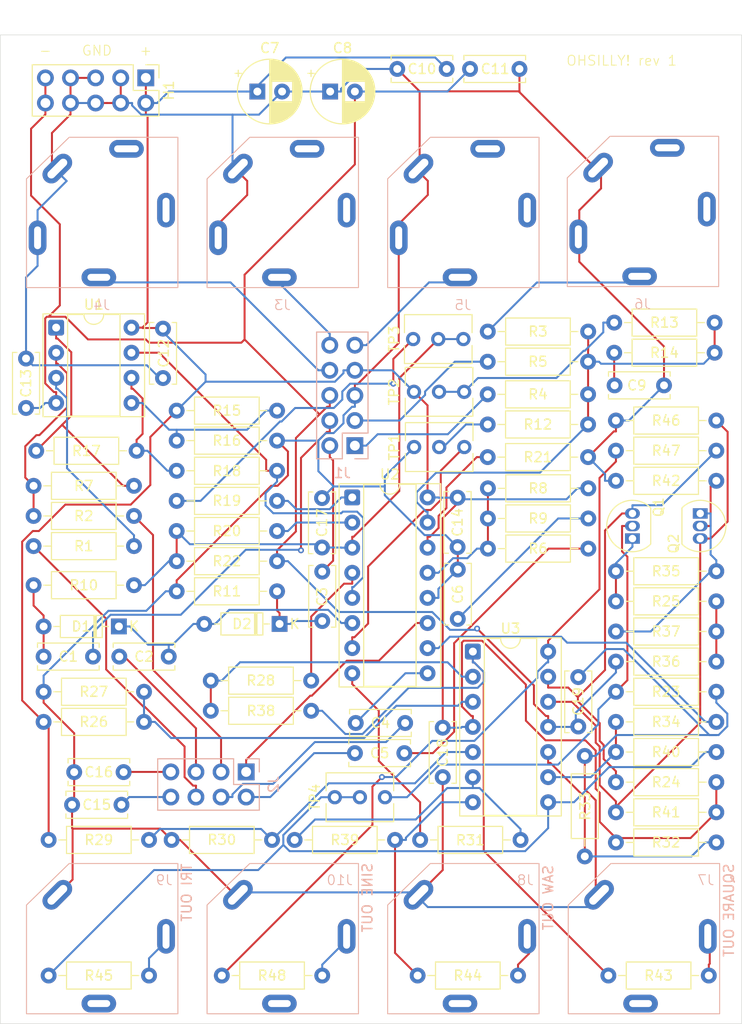
<source format=kicad_pcb>
(kicad_pcb (version 20241229) (generator "pcbnew") (generator_version "9.0")
  (layers (0 "F.Cu" signal) (2 "B.Cu" signal) (13 "F.Paste" user) (15 "B.Paste" user) (5 "F.SilkS" user "F.Silkscreen") (7 "B.SilkS" user "B.Silkscreen") (1 "F.Mask" user) (3 "B.Mask" user) (25 "Edge.Cuts" user))
  (net 0 "")
  (net 1 "Hard Sync +")
  (net 2 "+12V")
  (net 3 "-12V")
  (net 4 "GND")
  (net 5 "Hard Sync")
  (net 6 "Hard Sync -")
  (net 7 "Soft Sync")
  (net 8 "FM CV Levelled")
  (net 9 "Net-(C6-Pad2)")
  (net 10 "Net-(Q1-B)")
  (net 11 "Net-(Q1-E)")
  (net 12 "Net-(Q1-C)")
  (net 13 "Net-(Q2-B)")
  (net 14 "Net-(Q2-E)")
  (net 15 "Net-(U2-VLFI)")
  (net 16 "Net-(U2-VFCI)")
  (net 17 "Net-(C9-Pad1)")
  (net 18 "Net-(U2-VEE)")
  (net 19 "Mode LFO")
  (net 20 "Mode VCO")
  (net 21 "PWM Offset")
  (net 22 "Sync COM")
  (net 23 "Net-(U1A--)")
  (net 24 "Net-(U2-VPWM)")
  (net 25 "Net-(U2-SCALE1)")
  (net 26 "Coarse Tuning")
  (net 27 "Net-(U2-SCALE2)")
  (net 28 "Net-(U2-VS)")
  (net 29 "Net-(U1B-+)")
  (net 30 "Net-(U1B--)")
  (net 31 "Net-(U2-VP)")
  (net 32 "PWM CV Levelled")
  (net 33 "Net-(U2-VTO)")
  (net 34 "Mode COM")
  (net 35 "PWM CV Hot")
  (net 36 "Fine Tuning")
  (net 37 "Net-(U3A-+)")
  (net 38 "FM CV Hot")
  (net 39 "Net-(U2-VSO)")
  (net 40 "Net-(R17-Pad1)")
  (net 41 "Net-(R12-Pad2)")
  (net 42 "Net-(R38-Pad2)")
  (net 43 "Net-(R39-Pad2)")
  (net 44 "Net-(U3A--)")
  (net 45 "Net-(U1A-+)")
  (net 46 "Net-(U2-VHFT)")
  (net 47 "Net-(Q2-C)")
  (net 48 "Net-(R13-Pad2)")
  (net 49 "Net-(R19-Pad1)")
  (net 50 "Net-(R25-Pad2)")
  (net 51 "Net-(U3B-+)")
  (net 52 "Net-(U3B--)")
  (net 53 "Net-(U3C-+)")
  (net 54 "Net-(U3C--)")
  (net 55 "Net-(R40-Pad2)")
  (net 56 "Net-(R47-Pad2)")
  (net 57 "Net-(D1-A)")
  (net 58 "Net-(D1-K)")
  (net 59 "Net-(D2-K)")
  (net 60 "Net-(U2-VSSI)")
  (net 61 "Net-(C5-Pad1)")
  (net 62 "Net-(J7-PadT)")
  (net 63 "Net-(J8-PadT)")
  (net 64 "Net-(J9-PadT)")
  (net 65 "Net-(J10-PadT)")
  (net 66 "Net-(J6-PadT)")
  (footprint "Resistor_THT:R_Axial_DIN0207_L6.3mm_D2.5mm_P10.16mm_Horizontal" (layer "F.Cu") (at 217.2068 82.49 180)
    (property "Reference" "R46")
    (property "Value" "24k")
  )
  (footprint "Resistor_THT:R_Axial_DIN0207_L6.3mm_D2.5mm_P10.16mm_Horizontal" (layer "F.Cu") (at 148.1188 99.144)
    (property "Reference" "R10")
    (property "Value" "10k")
  )
  (footprint "Resistor_THT:R_Axial_DIN0207_L6.3mm_D2.5mm_P10.16mm_Horizontal" (layer "F.Cu") (at 204.2528 92.396 180)
    (property "Reference" "R9")
    (property "Value" "470R")
  )
  (footprint "Capacitor_THT:C_Disc_D6.0mm_W2.5mm_P5.00mm" (layer "F.Cu") (at 189.5208 118.558 90)
    (property "Reference" "C18")
    (property "Value" "100nF")
  )
  (footprint "Resistor_THT:R_Axial_DIN0207_L6.3mm_D2.5mm_P10.16mm_Horizontal" (layer "F.Cu") (at 207.0468 109.922)
    (property "Reference" "R23")
    (property "Value" "2k2")
  )
  (footprint "Capacitor_THT:C_Disc_D6.0mm_W2.5mm_P5.00mm" (layer "F.Cu") (at 180.7178 113.08)
    (property "Reference" "C4")
    (property "Value" "1nF")
  )
  (footprint "Resistor_THT:R_Axial_DIN0207_L6.3mm_D2.5mm_P10.16mm_Horizontal" (layer "F.Cu") (at 149.642762 138.624)
    (property "Reference" "R45")
    (property "Value" "1k")
  )
  (footprint "Capacitor_THT:C_Disc_D6.0mm_W2.5mm_P5.00mm" (layer "F.Cu") (at 203.236762 113.438 90)
    (property "Reference" "C19")
    (property "Value" "100nF")
  )
  (footprint "Capacitor_THT:C_Disc_D6.0mm_W2.5mm_P5.00mm" (layer "F.Cu") (at 206.9128 78.934)
    (property "Reference" "C9")
    (property "Value" "10nF")
  )
  (footprint "Package_TO_SOT_THT:TO-92_Inline" (layer "F.Cu") (at 208.7188 94.428 90)
    (property "Reference" "Q1")
    (property "Value" "BC547C")
  )
  (footprint "Package_DIP:DIP-14_W7.62mm_Socket" (layer "F.Cu") (at 192.5688 105.858)
    (property "Reference" "U3")
    (property "Value" "TL074")
  )
  (footprint "Capacitor_THT:C_Disc_D6.0mm_W2.5mm_P5.00mm" (layer "F.Cu") (at 184.9185 46.93)
    (property "Reference" "C10")
    (property "Value" "100nF")
  )
  (footprint "Package_TO_SOT_THT:TO-92_Inline" (layer "F.Cu") (at 215.5768 91.888 -90)
    (property "Reference" "Q2")
    (property "Value" "BC547C")
  )
  (footprint "Resistor_THT:R_Axial_DIN0207_L6.3mm_D2.5mm_P10.16mm_Horizontal" (layer "F.Cu") (at 149.1348 112.97)
    (property "Reference" "R26")
    (property "Value" "100k")
  )
  (footprint "Package_DIP:DIP-8_W7.62mm_Socket" (layer "F.Cu") (at 150.4048 73.092)
    (property "Reference" "U1")
    (property "Value" "TL072")
  )
  (footprint "Potentiometer_THT:Potentiometer_Vishay_T73XW_Horizontal" (layer "F.Cu") (at 183.6788 120.59 -90)
    (property "Reference" "TP4")
    (property "Value" "50k")
  )
  (footprint "Resistor_THT:R_Axial_DIN0207_L6.3mm_D2.5mm_P10.16mm_Horizontal" (layer "F.Cu") (at 162.5968 81.488)
    (property "Reference" "R15")
    (property "Value" "220k")
  )
  (footprint "Resistor_THT:R_Axial_DIN0207_L6.3mm_D2.5mm_P10.16mm_Horizontal" (layer "F.Cu") (at 187.2348 124.908)
    (property "Reference" "R31")
    (property "Value" "100k")
  )
  (footprint "Resistor_THT:R_Axial_DIN0207_L6.3mm_D2.5mm_P10.16mm_Horizontal" (layer "F.Cu") (at 217.2068 122.114 180)
    (property "Reference" "R41")
    (property "Value" "10k")
  )
  (footprint "Resistor_THT:R_Axial_DIN0207_L6.3mm_D2.5mm_P10.16mm_Horizontal" (layer "F.Cu") (at 217.2068 119.066 180)
    (property "Reference" "R24")
    (property "Value" "10k")
  )
  (footprint "Capacitor_THT:C_Disc_D6.0mm_W2.5mm_P5.00mm" (layer "F.Cu") (at 192.2845 46.93)
    (property "Reference" "C11")
    (property "Value" "100nF")
  )
  (footprint "Resistor_THT:R_Axial_DIN0207_L6.3mm_D2.5mm_P10.16mm_Horizontal" (layer "F.Cu") (at 204.2528 95.444 180)
    (property "Reference" "R6")
    (property "Value" "1M")
  )
  (footprint "Capacitor_THT:C_Disc_D6.0mm_W2.5mm_P5.00mm" (layer "F.Cu") (at 177.3288 102.77 90)
    (property "Reference" "C3")
    (property "Value" "1nF")
  )
  (footprint "Capacitor_THT:C_Disc_D6.0mm_W2.5mm_P5.00mm" (layer "F.Cu") (at 149.1348 106.366)
    (property "Reference" "C1")
    (property "Value" "1nF")
  )
  (footprint "Resistor_THT:R_Axial_DIN0207_L6.3mm_D2.5mm_P10.16mm_Horizontal" (layer "F.Cu") (at 162.5968 93.666)
    (property "Reference" "R20")
    (property "Value" "5k6")
  )
  (footprint "Package_DIP:DIP-16_W7.62mm_Socket" (layer "F.Cu") (at 180.3648 90.269)
    (property "Reference" "U2")
    (property "Value" "AS3340")
  )
  (footprint "Resistor_THT:R_Axial_DIN0207_L6.3mm_D2.5mm_P10.16mm_Horizontal" (layer "F.Cu") (at 162.5968 87.57)
    (property "Reference" "R18")
    (property "Value" "47k")
  )
  (footprint "Capacitor_THT:C_Disc_D6.0mm_W2.5mm_P5.00mm" (layer "F.Cu") (at 147.3568 81.22 90)
    (property "Reference" "C13")
    (property "Value" "100nF")
  )
  (footprint "Resistor_THT:R_Axial_DIN0207_L6.3mm_D2.5mm_P10.16mm_Horizontal" (layer "F.Cu") (at 172.7568 84.522 180)
    (property "Reference" "R16")
    (property "Value" "47k")
  )
  (footprint "Resistor_THT:R_Axial_DIN0207_L6.3mm_D2.5mm_P10.16mm_Horizontal" (layer "F.Cu") (at 204.2308 86.19 180)
    (property "Reference" "R21")
    (property "Value" "1k8")
  )
  (footprint "Diode_THT:D_DO-35_SOD27_P7.62mm_Horizontal" (layer "F.Cu") (at 156.7548 103.318 180)
    (property "Reference" "D1")
    (property "Value" "1N4148")
  )
  (footprint "Resistor_THT:R_Axial_DIN0207_L6.3mm_D2.5mm_P10.16mm_Horizontal" (layer "F.Cu") (at 159.2948 109.922 180)
    (property "Reference" "R27")
    (property "Value" "27k")
  )
  (footprint "Resistor_THT:R_Axial_DIN0207_L6.3mm_D2.5mm_P10.16mm_Horizontal" (layer "F.Cu") (at 207.0468 100.778)
    (property "Reference" "R25")
    (property "Value" "47k")
  )
  (footprint "Resistor_THT:R_Axial_DIN0207_L6.3mm_D2.5mm_P10.16mm_Horizontal" (layer "F.Cu") (at 194.0808 73.49)
    (property "Reference" "R3")
    (property "Value" "100k")
  )
  (footprint "Resistor_THT:R_Axial_DIN0207_L6.3mm_D2.5mm_P10.16mm_Horizontal" (layer "F.Cu") (at 174.5348 124.908)
    (property "Reference" "R39")
    (property "Value" "120k")
  )
  (footprint "Resistor_THT:R_Axial_DIN0207_L6.3mm_D2.5mm_P10.16mm_Horizontal" (layer "F.Cu") (at 217.2068 85.538 180)
    (property "Reference" "R47")
    (property "Value" "24k")
  )
  (footprint "Resistor_THT:R_Axial_DIN0207_L6.3mm_D2.5mm_P10.16mm_Horizontal" (layer "F.Cu") (at 203.8968 126.576 90)
    (property "Reference" "R33")
    (property "Value" "20k")
  )
  (footprint "Resistor_THT:R_Axial_DIN0207_L6.3mm_D2.5mm_P10.16mm_Horizontal" (layer "F.Cu") (at 217.2068 103.826 180)
    (property "Reference" "R37")
    (property "Value" "47k")
  )
  (footprint "Resistor_THT:R_Axial_DIN0207_L6.3mm_D2.5mm_P10.16mm_Horizontal" (layer "F.Cu") (at 194.0708 79.84)
    (property "Reference" "R4")
    (property "Value" "300k")
  )
  (footprint "Capacitor_THT:C_Disc_D6.0mm_W2.5mm_P5.00mm" (layer "F.Cu") (at 191.0228 95.294 90)
    (property "Reference" "C14")
    (property "Value" "100nF")
  )
  (footprint "Resistor_THT:R_Axial_DIN0207_L6.3mm_D2.5mm_P10.16mm_Horizontal" (layer "F.Cu") (at 176.2108 108.796 180)
    (property "Reference" "R28")
    (property "Value" "100k")
  )
  (footprint "Resistor_THT:R_Axial_DIN0207_L6.3mm_D2.5mm_P10.16mm_Horizontal" (layer "F.Cu") (at 207.0468 116.018)
    (property "Reference" "R40")
    (property "Value" "82k")
  )
  (footprint "Resistor_THT:R_Axial_DIN0207_L6.3mm_D2.5mm_P10.16mm_Horizontal" (layer "F.Cu") (at 167.1688 138.624)
    (property "Reference" "R48")
    (property "Value" "1k")
  )
  (footprint "Capacitor_THT:C_Disc_D6.0mm_W2.5mm_P5.00mm" (layer "F.Cu") (at 161.7948 106.366 180)
    (property "Reference" "C2")
    (property "Value" "1nF")
  )
  (footprint "Resistor_THT:R_Axial_DIN0207_L6.3mm_D2.5mm_P10.16mm_Horizontal" (layer "F.Cu") (at 172.2488 124.908 180)
    (property "Reference" "R30")
    (property "Value" "27k")
  )
  (footprint "Resistor_THT:R_Axial_DIN0207_L6.3mm_D2.5mm_P10.16mm_Horizontal" (layer "F.Cu") (at 217.2068 106.874 180)
    (property "Reference" "R36")
    (property "Value" "33k")
  )
  (footprint "Capacitor_THT:C_Disc_D6.0mm_W2.5mm_P5.00mm" (layer "F.Cu") (at 185.6378 116.128 180)
    (property "Reference" "C5")
    (property "Value" "100nF")
  )
  (footprint "Resistor_THT:R_Axial_DIN0207_L6.3mm_D2.5mm_P10.16mm_Horizontal" (layer "F.Cu") (at 207.0468 97.73)
    (property "Reference" "R35")
    (property "Value" "390R")
  )
  (footprint "Resistor_THT:R_Axial_DIN0207_L6.3mm_D2.5mm_P10.16mm_Horizontal" (layer "F.Cu") (at 207.0468 112.97)
    (property "Reference" "R34")
    (property "Value" "33k")
  )
  (footprint "Resistor_THT:R_Axial_DIN0207_L6.3mm_D2.5mm_P10.16mm_Horizontal" (layer "F.Cu") (at 162.5968 96.714)
    (property "Reference" "R22")
    (property "Value" "680R")
  )
  (footprint "Resistor_THT:R_Axial_DIN0207_L6.3mm_D2.5mm_P10.16mm_Horizontal" (layer "F.Cu") (at 217.0328 72.584 180)
    (property "Reference" "R13")
    (property "Value" "270k")
  )
  (footprint "Capacitor_THT:CP_Radial_D6.3mm_P2.50mm" (layer "F.Cu") (at 170.7648 49.216)
    (property "Reference" "C7")
    (property "Value" "47uF")
  )
  (footprint "Connector_PinHeader_2.54mm:PinHeader_2x05_P2.54mm_Vertical" (layer "F.Cu") (at 159.477 47.836 -90)
    (property "Reference" "H1")
    (property "Value" "Eurorack 10 pin header")
  )
  (footprint "Resistor_THT:R_Axial_DIN0207_L6.3mm_D2.5mm_P10.16mm_Horizontal" (layer "F.Cu") (at 162.5968 90.618)
    (property "Reference" "R19")
    (property "Value" "24k")
  )
  (footprint "Resistor_THT:R_Axial_DIN0207_L6.3mm_D2.5mm_P10.16mm_Horizontal" (layer "F.Cu") (at 148.1188 89.094)
    (property "Reference" "R7")
    (property "Value" "100k")
  )
  (footprint "Capacitor_THT:C_Disc_D6.0mm_W2.5mm_P5.00mm" (layer "F.Cu") (at 177.3068 90.334 -90)
    (property "Reference" "C17")
    (property "Value" "100nF")
  )
  (footprint "Capacitor_THT:CP_Radial_D6.3mm_P2.50mm" (layer "F.Cu") (at 178.1308 49.216)
    (property "Reference" "C8")
    (property "Value" "47uF")
  )
  (footprint "Resistor_THT:R_Axial_DIN0207_L6.3mm_D2.5mm_P10.16mm_Horizontal" (layer "F.Cu") (at 194.0708 76.538)
    (property "Reference" "R5")
    (property "Value" "3M3")
  )
  (footprint "Resistor_THT:R_Axial_DIN0207_L6.3mm_D2.5mm_P10.16mm_Horizontal" (layer "F.Cu") (at 206.2848 138.624)
    (property "Reference" "R43")
    (property "Value" "1k")
  )
  (footprint "Resistor_THT:R_Axial_DIN0207_L6.3mm_D2.5mm_P10.16mm_Horizontal" (layer "F.Cu") (at 217.0328 75.632 180)
    (property "Reference" "R14")
    (property "Value" "470R")
  )
  (footprint "Resistor_THT:R_Axial_DIN0207_L6.3mm_D2.5mm_P10.16mm_Horizontal" (layer "F.Cu") (at 186.9808 138.624)
    (property "Reference" "R44")
    (property "Value" "1k")
  )
  (footprint "Resistor_THT:R_Axial_DIN0207_L6.3mm_D2.5mm_P10.16mm_Horizontal" (layer "F.Cu") (at 194.0928 89.348)
    (property "Reference" "R8")
    (property "Value" "1M2")
  )
  (footprint "Resistor_THT:R_Axial_DIN0207_L6.3mm_D2.5mm_P10.16mm_Horizontal" (layer "F.Cu") (at 207.0468 125.162)
    (property "Reference" "R32")
    (property "Value" "150k")
  )
  (footprint "Resistor_THT:R_Axial_DIN0207_L6.3mm_D2.5mm_P10.16mm_Horizontal" (layer "F.Cu") (at 149.6428 124.908)
    (property "Reference" "R29")
    (property "Value" "120k")
  )
  (footprint "Capacitor_THT:C_Disc_D6.0mm_W2.5mm_P5.00mm" (layer "F.Cu") (at 191.0448 97.556 -90)
    (property "Reference" "C6")
    (property "Value" "10nF")
  )
  (footprint "Potentiometer_THT:Potentiometer_Vishay_T73XW_Horizontal" (layer "F.Cu") (at 191.6898 79.586 -90)
    (property "Reference" "TP2")
    (property "Value" "100k")
  )
  (footprint "Potentiometer_THT:Potentiometer_Vishay_T73XW_Horizontal" (layer "F.Cu") (at 191.6098 74.252 -90)
    (property "Reference" "TP3")
    (property "Value" "10k")
  )
  (footprint "Capacitor_THT:C_Disc_D6.0mm_W2.5mm_P5.00mm" (layer "F.Cu") (at 152.2288 118.05)
    (property "Reference" "C16")
    (property "Value" "820pF")
  )
  (footprint "Resistor_THT:R_Axial_DIN0207_L6.3mm_D2.5mm_P10.16mm_Horizontal" (layer "F.Cu") (at 166.0508 111.844)
    (property "Reference" "R38")
    (property "Value" "82k")
  )
  (footprint "Resistor_THT:R_Axial_DIN0207_L6.3mm_D2.5mm_P10.16mm_Horizontal" (layer "F.Cu") (at 158.2788 92.142 180)
    (property "Reference" "R2")
    (property "Value" "100k")
  )
  (footprint "Resistor_THT:R_Axial_DIN0207_L6.3mm_D2.5mm_P10.16mm_Horizontal" (layer "F.Cu") (at 148.3828 85.548)
    (property "Reference" "R17")
    (property "Value" "220k")
  )
  (footprint "Diode_THT:D_DO-35_SOD27_P7.62mm_Horizontal" (layer "F.Cu") (at 173.0108 103.064 180)
    (property "Reference" "D2")
    (property "Value" "1N4148")
  )
  (footprint "Resistor_THT:R_Axial_DIN0207_L6.3mm_D2.5mm_P10.16mm_Horizontal" (layer "F.Cu") (at 204.2308 82.888 180)
    (property "Reference" "R12")
    (property "Value" "1M")
  )
  (footprint "Resistor_THT:R_Axial_DIN0207_L6.3mm_D2.5mm_P10.16mm_Horizontal" (layer "F.Cu") (at 217.2068 88.586 180)
    (property "Reference" "R42")
    (property "Value" "2k2")
  )
  (footprint "Capacitor_THT:C_Disc_D6.0mm_W2.5mm_P5.00mm" (layer "F.Cu") (at 161.216363 78.194585 90)
    (property "Reference" "C12")
    (property "Value" "100nF")
  )
  (footprint "Resistor_THT:R_Axial_DIN0207_L6.3mm_D2.5mm_P10.16mm_Horizontal" (layer "F.Cu") (at 172.7568 99.762 180)
    (property "Reference" "R11")
    (property "Value" "10k")
  )
  (footprint "Potentiometer_THT:Potentiometer_Vishay_T73XW_Horizontal" (layer "F.Cu") (at 186.6248 85.174 90)
    (property "Reference" "TP1")
    (property "Value" "10k")
  )
  (footprint "Resistor_THT:R_Axial_DIN0207_L6.3mm_D2.5mm_P10.16mm_Horizontal" (layer "F.Cu") (at 148.1188 95.19)
    (property "Reference" "R1")
    (property "Value" "100k")
  )
  (footprint "Capacitor_THT:C_Disc_D6.0mm_W2.5mm_P5.00mm" (layer "F.Cu") (at 157.0148 121.352 180)
    (property "Reference" "C15")
    (property "Value" "10nF")
  )
  (footprint "cynthia:6.35 mm jack socket mono switched in 5 pin socket" (layer "B.Cu") (at 191.5681 61.508 180)
    (property "Reference" "J5")
    (property "Value" "PWM CV IN" (hide yes))
  )
  (footprint "Connector_PinSocket_2.54mm:PinSocket_2x04_P2.54mm_Vertical" (layer "B.Cu") (at 169.6308 118.03 90)
    (property "Reference" "J2")
    (property "Value" "Header 2")
  )
  (footprint "cynthia:6.35 mm jack socket mono in 3 pin socket tip pin west" (layer "B.Cu") (at 173.2954 134.958 180)
    (property "Reference" "J10")
    (property "Value" "SINE OUT")
  )
  (footprint "cynthia:6.35 mm jack socket mono switched in 5 pin socket" (layer "B.Cu") (at 155.0228 61.508 180)
    (property "Reference" "J4")
    (property "Value" "FM IN" (hide yes))
  )
  (footprint "cynthia:6.35 mm jack socket mono in 3 pin socket tip pin west" (layer "B.Cu") (at 155.0228 134.958 180)
    (property "Reference" "J9")
    (property "Value" "TRI OUT")
  )
  (footprint "cynthia:6.35 mm jack socket mono switched in 5 pin socket" (layer "B.Cu") (at 209.744762 61.408 180)
    (property "Reference" "J6")
    (property "Value" "1V per O IN" (hide yes))
  )
  (footprint "Connector_PinSocket_2.54mm:PinSocket_2x05_P2.54mm_Vertical" (layer "B.Cu") (at 180.6308 85.03)
    (property "Reference" "J1")
    (property "Value" "Header 1")
  )
  (footprint "cynthia:6.35 mm jack socket mono in 3 pin socket tip pin west" (layer "B.Cu") (at 209.8408 134.958 180)
    (property "Reference" "J7")
    (property "Value" "SQUARE OUT")
  )
  (footprint "cynthia:6.35 mm jack socket mono in 3 pin socket tip pin west" (layer "B.Cu") (at 191.5681 134.958 180)
    (property "Reference" "J8")
    (property "Value" "SAW OUT")
  )
  (footprint "cynthia:6.35 mm jack socket mono switched in 5 pin socket" (layer "B.Cu") (at 173.2954 61.508 180)
    (property "Reference" "J3")
    (property "Value" "SYNC IN" (hide yes))
  )
  (gr_rect (start 144.757762 43.49) (end 219.757762 143.49) (stroke (width 0.05)) (fill no) (layer "Edge.Cuts"))
  (gr_text "OHSILLY! rev 1" (at 201.966762 46.676 0) (layer "F.SilkS") (effects (font (size 1 1) (thickness 0.1)) (justify left bottom)))
  (gr_text "+" (at 158.786762 45.66 -0) (layer "F.SilkS") (effects (font (size 1 1) (thickness 0.1)) (justify left bottom)))
  (gr_text "-" (at 148.626762 45.66 0) (layer "F.SilkS") (effects (font (size 1 1) (thickness 0.1)) (justify left bottom)))
  (gr_text "GND" (at 152.944762 45.66 0) (layer "F.SilkS") (effects (font (size 1 1) (thickness 0.1)) (justify left bottom)))
  (segment (start 178.0908 82.49) (end 178.0908 83.6417) (width 0.2) (layer "F.Cu") (net 1))
  (segment (start 177.8029 83.6417) (end 175.179 86.2656) (width 0.2) (layer "F.Cu") (net 1))
  (segment (start 178.0908 83.6417) (end 177.8029 83.6417) (width 0.2) (layer "F.Cu") (net 1))
  (segment (start 175.179 86.2656) (end 175.179 95.6191) (width 0.2) (layer "F.Cu") (net 1))
  (via (at 175.179 95.6191) (size 0.6) (drill 0.3) (layers "F.Cu" "B.Cu") (net 1))
  (segment (start 175.1211 95.5612) (end 175.179 95.6191) (width 0.2) (layer "B.Cu") (net 1))
  (segment (start 163.0185 102.1343) (end 169.5916 95.5612) (width 0.2) (layer "B.Cu") (net 1))
  (segment (start 154.1348 106.366) (end 154.1348 103.9113) (width 0.2) (layer "B.Cu") (net 1))
  (segment (start 155.9118 102.1343) (end 163.0185 102.1343) (width 0.2) (layer "B.Cu") (net 1))
  (segment (start 154.1348 103.9113) (end 155.9118 102.1343) (width 0.2) (layer "B.Cu") (net 1))
  (segment (start 169.5916 95.5612) (end 175.1211 95.5612) (width 0.2) (layer "B.Cu") (net 1))
  (segment (start 207.0468 124.7182) (end 207.0468 125.162) (width 0.2) (layer "F.Cu") (net 2))
  (segment (start 159.6547 72.5638) (end 159.1265 73.092) (width 0.2) (layer "F.Cu") (net 2))
  (segment (start 197.9372 112.8492) (end 199.9229 114.8349) (width 0.2) (layer "F.Cu") (net 2))
  (segment (start 160.8188 73.132) (end 159.1665 73.132) (width 0.2) (layer "F.Cu") (net 2))
  (segment (start 192.4177 112.3763) (end 191.4671 111.4257) (width 0.2) (layer "F.Cu") (net 2))
  (segment (start 146.9644 94.7453) (end 146.9644 110.7996) (width 0.2) (layer "F.Cu") (net 2))
  (segment (start 151.3312 90.9936) (end 148.6588 93.666) (width 0.2) (layer "F.Cu") (net 2))
  (segment (start 203.9551 114.8349) (end 205.0001 115.8799) (width 0.2) (layer "F.Cu") (net 2))
  (segment (start 205.0001 115.8799) (end 205.0001 119.7304) (width 0.2) (layer "F.Cu") (net 2))
  (segment (start 207.0468 124.7182) (end 214.6026 124.7182) (width 0.2) (layer "F.Cu") (net 2))
  (segment (start 186.6098 79.586) (end 187.9848 80.961) (width 0.2) (layer "F.Cu") (net 2))
  (segment (start 191.4671 104.933) (end 191.6438 104.7563) (width 0.2) (layer "F.Cu") (net 2))
  (segment (start 189.5208 92.3639) (end 191.0228 90.8619) (width 0.2) (layer "F.Cu") (net 2))
  (segment (start 149.6428 113.478) (end 149.1348 112.97) (width 0.2) (layer "F.Cu") (net 2))
  (segment (start 214.6026 124.7182) (end 217.2068 122.114) (width 0.2) (layer "F.Cu") (net 2))
  (segment (start 191.6438 104.7563) (end 193.4938 104.7563) (width 0.2) (layer "F.Cu") (net 2))
  (segment (start 159.477 51.5277) (end 159.6547 51.7054) (width 0.2) (layer "F.Cu") (net 2))
  (segment (start 192.5688 112.3763) (end 192.4177 112.3763) (width 0.2) (layer "F.Cu") (net 2))
  (segment (start 191.0228 90.8619) (end 191.0228 90.294) (width 0.2) (layer "F.Cu") (net 2))
  (segment (start 148.0437 93.666) (end 146.9644 94.7453) (width 0.2) (layer "F.Cu") (net 2))
  (segment (start 148.6588 93.666) (end 148.0437 93.666) (width 0.2) (layer "F.Cu") (net 2))
  (segment (start 205.4035 123.0749) (end 207.0468 124.7182) (width 0.2) (layer "F.Cu") (net 2))
  (segment (start 192.5688 113.478) (end 192.5688 112.3763) (width 0.2) (layer "F.Cu") (net 2))
  (segment (start 159.9339 89.01) (end 157.9503 90.9936) (width 0.2) (layer "F.Cu") (net 2))
  (segment (start 159.9339 84.1509) (end 159.9339 89.01) (width 0.2) (layer "F.Cu") (net 2))
  (segment (start 205.4035 120.1338) (end 205.4035 123.0749) (width 0.2) (layer "F.Cu") (net 2))
  (segment (start 189.5208 113.558) (end 189.5208 92.3639) (width 0.2) (layer "F.Cu") (net 2))
  (segment (start 159.6547 51.7054) (end 159.6547 72.5638) (width 0.2) (layer "F.Cu") (net 2))
  (segment (start 205.0001 119.7304) (end 205.4035 120.1338) (width 0.2) (layer "F.Cu") (net 2))
  (segment (start 193.4938 104.7563) (end 197.9372 109.1997) (width 0.2) (layer "F.Cu") (net 2))
  (segment (start 159.477 50.376) (end 159.477 51.5277) (width 0.2) (layer "F.Cu") (net 2))
  (segment (start 146.9644 110.7996) (end 149.1348 112.97) (width 0.2) (layer "F.Cu") (net 2))
  (segment (start 199.9229 114.8349) (end 203.9551 114.8349) (width 0.2) (layer "F.Cu") (net 2))
  (segment (start 197.9372 109.1997) (end 197.9372 112.8492) (width 0.2) (layer "F.Cu") (net 2))
  (segment (start 187.9848 80.961) (end 187.9848 90.269) (width 0.2) (layer "F.Cu") (net 2))
  (segment (start 191.4671 111.4257) (end 191.4671 104.933) (width 0.2) (layer "F.Cu") (net 2))
  (segment (start 217.2068 119.066) (end 217.2068 122.114) (width 0.2) (layer "F.Cu") (net 2))
  (segment (start 159.1665 73.132) (end 159.1265 73.092) (width 0.2) (layer "F.Cu") (net 2))
  (segment (start 159.477 50.376) (end 159.477 47.836) (width 0.2) (layer "F.Cu") (net 2))
  (segment (start 149.6428 124.908) (end 149.6428 113.478) (width 0.2) (layer "F.Cu") (net 2))
  (segment (start 157.9503 90.9936) (end 151.3312 90.9936) (width 0.2) (layer "F.Cu") (net 2))
  (segment (start 162.5968 81.488) (end 159.9339 84.1509) (width 0.2) (layer "F.Cu") (net 2))
  (segment (start 158.0248 73.092) (end 159.1265 73.092) (width 0.2) (layer "F.Cu") (net 2))
  (segment (start 191.3871 113.558) (end 191.4671 113.478) (width 0.2) (layer "B.Cu") (net 2))
  (segment (start 189.5208 113.558) (end 191.3871 113.558) (width 0.2) (layer "B.Cu") (net 2))
  (segment (start 179.4791 77.41) (end 179.4791 77.698) (width 0.2) (layer "B.Cu") (net 2))
  (segment (start 160.8188 73.132) (end 165.5231 77.8363) (width 0.2) (layer "B.Cu") (net 2))
  (segment (start 189.0865 90.269) (end 189.1115 90.294) (width 0.2) (layer "B.Cu") (net 2))
  (segment (start 165.5231 77.8363) (end 165.5231 78.5617) (width 0.2) (layer "B.Cu") (net 2))
  (segment (start 189.1115 90.294) (end 191.0228 90.294) (width 0.2) (layer "B.Cu") (net 2))
  (segment (start 186.6098 79.586) (end 184.4338 77.41) (width 0.2) (layer "B.Cu") (net 2))
  (segment (start 159.477 50.376) (end 160.6287 50.376) (width 0.2) (layer "B.Cu") (net 2))
  (segment (start 170.7648 49.216) (end 170.214 49.216) (width 0.2) (layer "B.Cu") (net 2))
  (segment (start 187.9848 90.269) (end 189.0865 90.269) (width 0.2) (layer "B.Cu") (net 2))
  (segment (start 184.4338 77.41) (end 180.6308 77.41) (width 0.2) (layer "B.Cu") (net 2))
  (segment (start 170.214 49.216) (end 173.6571 45.7729) (width 0.2) (layer "B.Cu") (net 2))
  (segment (start 179.4791 77.698) (end 178.6154 78.5617) (width 0.2) (layer "B.Cu") (net 2))
  (segment (start 192.5688 113.478) (end 191.4671 113.478) (width 0.2) (layer "B.Cu") (net 2))
  (segment (start 191.1842 90.4554) (end 191.0228 90.294) (width 0.2) (layer "B.Cu") (net 2))
  (segment (start 204.2528 89.348) (end 203.1511 89.348) (width 0.2) (layer "B.Cu") (net 2))
  (segment (start 203.1511 89.348) (end 202.0437 90.4554) (width 0.2) (layer "B.Cu") (net 2))
  (segment (start 178.6154 78.5617) (end 165.5231 78.5617) (width 0.2) (layer "B.Cu") (net 2))
  (segment (start 202.0437 90.4554) (end 191.1842 90.4554) (width 0.2) (layer "B.Cu") (net 2))
  (segment (start 180.6308 77.41) (end 179.4791 77.41) (width 0.2) (layer "B.Cu") (net 2))
  (segment (start 165.5231 78.5617) (end 162.5968 81.488) (width 0.2) (layer "B.Cu") (net 2))
  (segment (start 169.6631 49.216) (end 161.7887 49.216) (width 0.2) (layer "B.Cu") (net 2))
  (segment (start 170.214 49.216) (end 169.6631 49.216) (width 0.2) (layer "B.Cu") (net 2))
  (segment (start 188.7614 45.7729) (end 189.9185 46.93) (width 0.2) (layer "B.Cu") (net 2))
  (segment (start 173.6571 45.7729) (end 188.7614 45.7729) (width 0.2) (layer "B.Cu") (net 2))
  (segment (start 161.7887 49.216) (end 160.6287 50.376) (width 0.2) (layer "B.Cu") (net 2))
  (segment (start 174.6619 84.2621) (end 174.6619 93.7072) (width 0.2) (layer "F.Cu") (net 3))
  (segment (start 159.802762 74.616) (end 169.1423 74.616) (width 0.2) (layer "F.Cu") (net 3))
  (segment (start 153.6274 74.2879) (end 159.474662 74.2879) (width 0.2) (layer "F.Cu") (net 3))
  (segment (start 169.4704 74.2879) (end 169.4704 67.742362) (width 0.2) (layer "F.Cu") (net 3))
  (segment (start 149.6326 71.9903) (end 149.4654 71.9903) (width 0.2) (layer "F.Cu") (net 3))
  (segment (start 150.776196 70.846704) (end 149.6326 71.9903) (width 0.2) (layer "F.Cu") (net 3))
  (segment (start 149.317 47.836) (end 149.317 50.376) (width 0.2) (layer "F.Cu") (net 3))
  (segment (start 200.1888 113.478) (end 200.1888 112.3763) (width 0.2) (layer "F.Cu") (net 3))
  (segment (start 150.4048 80.712) (end 150.4048 79.6103) (width 0.2) (layer "F.Cu") (net 3))
  (segment (start 159.474662 74.2879) (end 159.802762 74.616) (width 0.2) (layer "F.Cu") (net 3))
  (segment (start 180.6308 56.581962) (end 180.6308 49.216) (width 0.2) (layer "F.Cu") (net 3))
  (segment (start 174.6619 93.7072) (end 172.7568 95.6123) (width 0.2) (layer "F.Cu") (net 3))
  (segment (start 200.1888 112.3763) (end 199.9605 112.3763) (width 0.2) (layer "F.Cu") (net 3))
  (segment (start 169.4704 67.742362) (end 180.6308 56.581962) (width 0.2) (layer "F.Cu") (net 3))
  (segment (start 149.317 50.376) (end 149.317 51.5277) (width 0.2) (layer "F.Cu") (net 3))
  (segment (start 199.9605 112.3763) (end 198.749 111.1648) (width 0.2) (layer "F.Cu") (net 3))
  (segment (start 177.0533 81.8707) (end 169.4704 74.2879) (width 0.2) (layer "F.Cu") (net 3))
  (segment (start 169.1423 74.616) (end 169.4704 74.2879) (width 0.2) (layer "F.Cu") (net 3))
  (segment (start 147.864762 52.979938) (end 147.864762 59.733362) (width 0.2) (layer "F.Cu") (net 3))
  (segment (start 150.1765 79.6103) (end 150.4048 79.6103) (width 0.2) (layer "F.Cu") (net 3))
  (segment (start 172.7568 96.714) (end 172.7568 95.6123) (width 0.2) (layer "F.Cu") (net 3))
  (segment (start 149.2984 72.1573) (end 149.2984 78.7322) (width 0.2) (layer "F.Cu") (net 3))
  (segment (start 198.749 111.1648) (end 198.749 109.2822) (width 0.2) (layer "F.Cu") (net 3))
  (segment (start 151.3298 71.9903) (end 149.6326 71.9903) (width 0.2) (layer "F.Cu") (net 3))
  (segment (start 177.8223 81.1017) (end 177.0533 81.8707) (width 0.2) (layer "F.Cu") (net 3))
  (segment (start 149.4654 71.9903) (end 149.2984 72.1573) (width 0.2) (layer "F.Cu") (net 3))
  (segment (start 147.864762 59.733362) (end 150.776196 62.644796) (width 0.2) (layer "F.Cu") (net 3))
  (segment (start 198.749 109.2822) (end 192.999 103.5322) (width 0.2) (layer "F.Cu") (net 3))
  (segment (start 149.317 51.5277) (end 147.864762 52.979938) (width 0.2) (layer "F.Cu") (net 3))
  (segment (start 178.0908 79.95) (end 178.0908 81.1017) (width 0.2) (layer "F.Cu") (net 3))
  (segment (start 149.2984 78.7322) (end 150.1765 79.6103) (width 0.2) (layer "F.Cu") (net 3))
  (segment (start 153.6274 74.2879) (end 151.3298 71.9903) (width 0.2) (layer "F.Cu") (net 3))
  (segment (start 177.0533 81.8707) (end 174.6619 84.2621) (width 0.2) (layer "F.Cu") (net 3))
  (segment (start 178.0908 81.1017) (end 177.8223 81.1017) (width 0.2) (layer "F.Cu") (net 3))
  (segment (start 150.776196 62.644796) (end 150.776196 70.846704) (width 0.2) (layer "F.Cu") (net 3))
  (via (at 192.999 103.5322) (size 0.6) (drill 0.3) (layers "F.Cu" "B.Cu") (net 3))
  (segment (start 202.9828 112.0397) (end 207.0468 107.9757) (width 0.2) (layer "B.Cu") (net 3))
  (segment (start 192.8735 103.6577) (end 192.999 103.5322) (width 0.2) (layer "B.Cu") (net 3))
  (segment (start 150.4048 80.712) (end 149.3031 80.712) (width 0.2) (layer "B.Cu") (net 3))
  (segment (start 180.6308 49.216) (end 189.9985 49.216) (width 0.2) (layer "B.Cu") (net 3))
  (segment (start 190.2568 103.6577) (end 192.8735 103.6577) (width 0.2) (layer "B.Cu") (net 3))
  (segment (start 189.9985 49.216) (end 192.2845 46.93) (width 0.2) (layer "B.Cu") (net 3))
  (segment (start 173.8585 96.714) (end 179.0007 101.8562) (width 0.2) (layer "B.Cu") (net 3))
  (segment (start 147.3568 81.22) (end 148.7951 81.22) (width 0.2) (layer "B.Cu") (net 3))
  (segment (start 148.7951 81.22) (end 149.3031 80.712) (width 0.2) (layer "B.Cu") (net 3))
  (segment (start 188.4553 101.8562) (end 190.2568 103.6577) (width 0.2) (layer "B.Cu") (net 3))
  (segment (start 202.9428 113.478) (end 202.9828 113.438) (width 0.2) (layer "B.Cu") (net 3))
  (segment (start 172.7568 96.714) (end 173.8585 96.714) (width 0.2) (layer "B.Cu") (net 3))
  (segment (start 207.0468 106.874) (end 207.0468 107.9757) (width 0.2) (layer "B.Cu") (net 3))
  (segment (start 202.9828 113.438) (end 202.9828 112.0397) (width 0.2) (layer "B.Cu") (net 3))
  (segment (start 200.1888 113.478) (end 202.9428 113.478) (width 0.2) (layer "B.Cu") (net 3))
  (segment (start 179.0007 101.8562) (end 188.4553 101.8562) (width 0.2) (layer "B.Cu") (net 3))
  (segment (start 152.2288 114.1177) (end 152.2288 118.05) (width 0.2) (layer "F.Cu") (net 4))
  (segment (start 180.9187 78.7983) (end 185.0681 74.6489) (width 0.2) (layer "F.Cu") (net 4))
  (segment (start 189.5208 127.955962) (end 189.5208 118.558) (width 0.2) (layer "F.Cu") (net 4))
  (segment (start 172.1631 89.094) (end 162.5968 98.6603) (width 0.2) (layer "F.Cu") (net 4))
  (segment (start 207.0468 83.5917) (end 206.8291 83.5917) (width 0.2) (layer "F.Cu") (net 4))
  (segment (start 205.0018 130.419) (end 205.0018 120.8974) (width 0.2) (layer "F.Cu") (net 4))
  (segment (start 205.5408 57.52) (end 205.5408 59.0194) (width 0.2) (layer "F.Cu") (net 4))
  (segment (start 151.857 50.376) (end 151.857 47.836) (width 0.2) (layer "F.Cu") (net 4))
  (segment (start 187.1832 57.4231) (end 187.1832 49.1947) (width 0.2) (layer "F.Cu") (net 4))
  (segment (start 166.7954 62.6183) (end 169.7391 59.6746) (width 0.2) (layer "F.Cu") (net 4))
  (segment (start 172.8023 89.094) (end 172.1631 89.094) (width 0.2) (layer "F.Cu") (net 4))
  (segment (start 188.0118 58.2517) (end 187.1832 57.4231) (width 0.2) (layer "F.Cu") (net 4))
  (segment (start 152.2288 121.138) (end 152.0148 121.352) (width 0.2) (layer "F.Cu") (net 4))
  (segment (start 156.937 50.376) (end 156.937 47.836) (width 0.2) (layer "F.Cu") (net 4))
  (segment (start 206.8291 83.5917) (end 204.2308 86.19) (width 0.2) (layer "F.Cu") (net 4))
  (segment (start 185.0681 62.6183) (end 188.0118 59.6746) (width 0.2) (layer "F.Cu") (net 4))
  (segment (start 154.397 47.836) (end 153.2453 47.836) (width 0.2) (layer "F.Cu") (net 4))
  (segment (start 150.7228 130.258) (end 150.7228 130.958) (width 0.2) (layer "F.Cu") (net 4))
  (segment (start 180.6308 79.95) (end 180.6308 78.7983) (width 0.2) (layer "F.Cu") (net 4))
  (segment (start 162.5968 99.762) (end 162.5968 98.6603) (width 0.2) (layer "F.Cu") (net 4))
  (segment (start 191.0448 95.316) (end 191.0448 97.556) (width 0.2) (layer "F.Cu") (net 4))
  (segment (start 203.3408 61.2194) (end 203.3408 66.4337) (width 0.2) (layer "F.Cu") (net 4))
  (segment (start 156.937 50.376) (end 155.5487 50.376) (width 0.2) (layer "F.Cu") (net 4))
  (segment (start 152.0676 123.7681) (end 152.0676 128.9132) (width 0.2) (layer "F.Cu") (net 4))
  (segment (start 187.0681 130.408662) (end 189.5208 127.955962) (width 0.2) (layer "F.Cu") (net 4))
  (segment (start 205.5408 130.958) (end 205.0018 130.419) (width 0.2) (layer "F.Cu") (net 4))
  (segment (start 205.0018 120.8974) (end 203.8968 119.7924) (width 0.2) (layer "F.Cu") (net 4))
  (segment (start 203.3408 66.4337) (end 211.9128 75.0057) (width 0.2) (layer "F.Cu") (net 4))
  (segment (start 188.0118 59.6746) (end 188.0118 58.2517) (width 0.2) (layer "F.Cu") (net 4))
  (segment (start 152.0676 128.9132) (end 150.7228 130.258) (width 0.2) (layer "F.Cu") (net 4))
  (segment (start 185.0681 74.6489) (end 185.0681 62.6183) (width 0.2) (layer "F.Cu") (net 4))
  (segment (start 172.7568 84.522) (end 173.8585 85.6237) (width 0.2) (layer "F.Cu") (net 4))
  (segment (start 149.9791 53.4056) (end 149.9791 56.7763) (width 0.2) (layer "F.Cu") (net 4))
  (segment (start 205.5408 59.0194) (end 203.3408 61.2194) (width 0.2) (layer "F.Cu") (net 4))
  (segment (start 151.857 50.376) (end 151.857 51.5277) (width 0.2) (layer "F.Cu") (net 4))
  (segment (start 205.5288 57.52) (end 205.5408 57.52) (width 0.2) (layer "F.Cu") (net 4))
  (segment (start 187.0681 130.458) (end 187.0681 130.408662) (width 0.2) (layer "F.Cu") (net 4))
  (segment (start 173.8585 85.6237) (end 173.8585 88.0378) (width 0.2) (layer "F.Cu") (net 4))
  (segment (start 150.7228 57.52) (end 149.9791 56.7763) (width 0.2) (layer "F.Cu") (net 4))
  (segment (start 207.0468 82.49) (end 207.0468 83.5917) (width 0.2) (layer "F.Cu") (net 4))
  (segment (start 173.8585 88.0378) (end 172.8023 89.094) (width 0.2) (layer "F.Cu") (net 4))
  (segment (start 152.0148 123.7153) (end 152.0675 123.768) (width 0.2) (layer "F.Cu") (net 4))
  (segment (start 166.7954 64.52) (end 166.7954 62.6183) (width 0.2) (layer "F.Cu") (net 4))
  (segment (start 162.9454 124.908) (end 168.9954 130.958) (width 0.2) (layer "F.Cu") (net 4))
  (segment (start 162.0888 124.908) (end 162.9454 124.908) (width 0.2) (layer "F.Cu") (net 4))
  (segment (start 151.857 47.836) (end 153.2453 47.836) (width 0.2) (layer "F.Cu") (net 4))
  (segment (start 162.0888 124.908) (end 160.9488 123.768) (width 0.2) (layer "F.Cu") (net 4))
  (segment (start 160.9488 123.768) (end 152.0675 123.768) (width 0.2) (layer "F.Cu") (net 4))
  (segment (start 203.8968 119.7924) (end 203.8968 116.416) (width 0.2) (layer "F.Cu") (net 4))
  (segment (start 184.9185 46.93) (end 187.1832 49.1947) (width 0.2) (layer "F.Cu") (net 4))
  (segment (start 151.857 51.5277) (end 149.9791 53.4056) (width 0.2) (layer "F.Cu") (net 4))
  (segment (start 152.2288 118.05) (end 152.2288 121.138) (width 0.2) (layer "F.Cu") (net 4))
  (segment (start 152.0675 123.768) (end 152.0676 123.7681) (width 0.2) (layer "F.Cu") (net 4))
  (segment (start 152.0148 121.352) (end 152.0148 123.7153) (width 0.2) (layer "F.Cu") (net 4))
  (segment (start 149.1348 111.0237) (end 152.2288 114.1177) (width 0.2) (layer "F.Cu") (net 4))
  (segment (start 191.0228 95.294) (end 191.0448 95.316) (width 0.2) (layer "F.Cu") (net 4))
  (segment (start 154.397 50.376) (end 155.5487 50.376) (width 0.2) (layer "F.Cu") (net 4))
  (segment (start 180.6308 78.7983) (end 180.9187 78.7983) (width 0.2) (layer "F.Cu") (net 4))
  (segment (start 197.2845 49.2757) (end 205.5288 57.52) (width 0.2) (layer "F.Cu") (net 4))
  (segment (start 149.1348 109.922) (end 149.1348 111.0237) (width 0.2) (layer "F.Cu") (net 4))
  (segment (start 168.9954 57.52) (end 169.7391 58.2637) (width 0.2) (layer "F.Cu") (net 4))
  (segment (start 211.9128 75.0057) (end 211.9128 78.934) (width 0.2) (layer "F.Cu") (net 4))
  (segment (start 197.2845 49.1947) (end 197.2845 49.2757) (width 0.2) (layer "F.Cu") (net 4))
  (segment (start 197.2845 46.93) (end 197.2845 49.1947) (width 0.2) (layer "F.Cu") (net 4))
  (segment (start 169.7391 59.6746) (end 169.7391 58.2637) (width 0.2) (layer "F.Cu") (net 4))
  (segment (start 187.1832 49.1947) (end 197.2845 49.1947) (width 0.2) (layer "F.Cu") (net 4))
  (segment (start 168.9954 130.958) (end 169.7391 130.2143) (width 0.2) (layer "B.Cu") (net 4))
  (segment (start 169.7391 130.2143) (end 186.5244 130.2143) (width 0.2) (layer "B.Cu") (net 4))
  (segment (start 206.070762 105.604) (end 207.808762 105.604) (width 0.2) (layer "B.Cu") (net 4))
  (segment (start 203.8968 116.416) (end 204.9985 116.416) (width 0.2) (layer "B.Cu") (net 4))
  (segment (start 149.1348 108.2857) (end 149.1348 108.8203) (width 0.2) (layer "B.Cu") (net 4))
  (segment (start 218.3204 113.4184) (end 218.3204 112.1373) (width 0.2) (layer "B.Cu") (net 4))
  (segment (start 178.4821 89.1587) (end 177.3068 90.334) (width 0.2) (layer "B.Cu") (net 4))
  (segment (start 179.4791 81.9654) (end 180.3428 81.1017) (width 0.2) (layer "B.Cu") (net 4))
  (segment (start 147.3568 68.011962) (end 148.5228 66.845962) (width 0.2) (layer "B.Cu") (net 4))
  (segment (start 158.0887 50.6217) (end 158.0887 50.376) (width 0.2) (layer "B.Cu") (net 4))
  (segment (start 183.6608 89.1587) (end 178.4821 89.1587) (width 0.2) (layer "B.Cu") (net 4))
  (segment (start 178.4821 89.1587) (end 176.9391 87.6157) (width 0.2) (layer "B.Cu") (net 4))
  (segment (start 176.9391 84.522) (end 172.7568 84.522) (width 0.2) (layer "B.Cu") (net 4))
  (segment (start 186.5244 130.2143) (end 187.2681 130.958) (width 0.2) (layer "B.Cu") (net 4))
  (segment (start 187.6895 94.079) (end 189.8078 94.079) (width 0.2) (layer "B.Cu") (net 4))
  (segment (start 162.5968 99.762) (end 161.4951 99.762) (width 0.2) (layer "B.Cu") (net 4))
  (segment (start 160.8188 78.132) (end 159.5888 76.902) (width 0.2) (layer "B.Cu") (net 4))
  (segment (start 183.6608 90.0503) (end 187.6895 94.079) (width 0.2) (layer "B.Cu") (net 4))
  (segment (start 204.9985 116.416) (end 207.1159 114.2986) (width 0.2) (layer "B.Cu") (net 4))
  (segment (start 159.5245 101.7326) (end 155.6879 101.7326) (width 0.2) (layer "B.Cu") (net 4))
  (segment (start 168.9954 57.52) (end 168.2517 56.7763) (width 0.2) (layer "B.Cu") (net 4))
  (segment (start 155.6879 101.7326) (end 149.1348 108.2857) (width 0.2) (layer "B.Cu") (net 4))
  (segment (start 180.3428 81.1017) (end 180.6308 81.1017) (width 0.2) (layer "B.Cu") (net 4))
  (segment (start 179.4791 82.7658) (end 179.4791 81.9654) (width 0.2) (layer "B.Cu") (net 4))
  (segment (start 180.6308 79.95) (end 180.6308 81.1017) (width 0.2) (layer "B.Cu") (net 4))
  (segment (start 148.0388 76.902) (end 147.3568 76.22) (width 0.2) (layer "B.Cu") (net 4))
  (segment (start 186.6248 85.174) (end 183.6608 88.138) (width 0.2) (layer "B.Cu") (net 4))
  (segment (start 161.4951 99.762) (end 159.5245 101.7326) (width 0.2) (layer "B.Cu") (net 4))
  (segment (start 181.2431 46.93) (end 184.9185 46.93) (width 0.2) (layer "B.Cu") (net 4))
  (segment (start 148.5228 61.2074) (end 148.5228 64.52) (width 0.2) (layer "B.Cu") (net 4))
  (segment (start 151.4665 58.2637) (end 148.5228 61.2074) (width 0.2) (layer "B.Cu") (net 4))
  (segment (start 179.2325 49.216) (end 179.2325 48.9406) (width 0.2) (layer "B.Cu") (net 4))
  (segment (start 147.3568 76.22) (end 147.3568 68.011962) (width 0.2) (layer "B.Cu") (net 4))
  (segment (start 204.7971 131.7017) (end 188.0118 131.7017) (width 0.2) (layer "B.Cu") (net 4))
  (segment (start 207.808762 105.604) (end 216.503362 114.2986) (width 0.2) (layer "B.Cu") (net 4))
  (segment (start 205.9451 87.9043) (end 204.2308 86.19) (width 0.2) (layer "B.Cu") (net 4))
  (segment (start 218.3204 112.1373) (end 217.2068 111.0237) (width 0.2) (layer "B.Cu") (net 4))
  (segment (start 149.1348 109.922) (end 149.1348 108.8203) (width 0.2) (layer "B.Cu") (net 4))
  (segment (start 187.9848 100.429) (end 189.0865 100.429) (width 0.2) (layer "B.Cu") (net 4))
  (segment (start 150.7228 57.52) (end 151.4665 58.2637) (width 0.2) (layer "B.Cu") (net 4))
  (segment (start 189.8078 94.079) (end 191.0228 95.294) (width 0.2) (layer "B.Cu") (net 4))
  (segment (start 159.0175 51.5505) (end 158.0887 50.6217) (width 0.2) (layer "B.Cu") (net 4))
  (segment (start 217.2068 109.922) (end 217.2068 111.0237) (width 0.2) (layer "B.Cu") (net 4))
  (segment (start 189.0865 100.429) (end 189.0865 99.5143) (width 0.2) (layer "B.Cu") (net 4))
  (segment (start 156.937 50.376) (end 158.0887 50.376) (width 0.2) (layer "B.Cu") (net 4))
  (segment (start 159.5888 76.902) (end 148.0388 76.902) (width 0.2) (layer "B.Cu") (net 4))
  (segment (start 178.4849 83.76) (end 179.4791 82.7658) (width 0.2) (layer "B.Cu") (net 4))
  (segment (start 168.2517 51.5505) (end 168.2517 56.7763) (width 0.2) (layer "B.Cu") (net 4))
  (segment (start 203.236762 108.438) (end 206.070762 105.604) (width 0.2) (layer "B.Cu") (net 4))
  (segment (start 179.2325 48.9406) (end 181.2431 46.93) (width 0.2) (layer "B.Cu") (net 4))
  (segment (start 151.857 50.376) (end 154.397 50.376) (width 0.2) (layer "B.Cu") (net 4))
  (segment (start 177.7011 83.76) (end 178.4849 83.76) (width 0.2) (layer "B.Cu") (net 4))
  (segment (start 183.6608 89.1587) (end 183.6608 90.0503) (width 0.2) (layer "B.Cu") (net 4))
  (segment (start 176.9391 87.6157) (end 176.9391 84.522) (width 0.2) (layer "B.Cu") (net 4))
  (segment (start 207.0468 88.586) (end 205.9451 88.586) (width 0.2) (layer "B.Cu") (net 4))
  (segment (start 216.503362 114.2986) (end 217.206762 114.2986) (width 0.2) (layer "B.Cu") (net 4))
  (segment (start 178.1308 49.216) (end 179.2325 49.216) (width 0.2) (layer "B.Cu") (net 4))
  (segment (start 207.1159 114.2986) (end 217.206762 114.2986) (width 0.2) (layer "B.Cu") (net 4))
  (segment (start 183.6608 88.138) (end 183.6608 89.1587) (width 0.2) (layer "B.Cu") (net 4))
  (segment (start 189.0865 99.5143) (end 191.0448 97.556) (width 0.2) (layer "B.Cu") (net 4))
  (segment (start 217.206762 114.2986) (end 217.4402 114.2986) (width 0.2) (layer "B.Cu") (net 4))
  (segment (start 217.4402 114.2986) (end 218.3204 113.4184) (width 0.2) (layer "B.Cu") (net 4))
  (segment (start 176.9391 84.522) (end 177.7011 83.76) (width 0.2) (layer "B.Cu") (net 4))
  (segment (start 173.2648 49.216) (end 170.9303 51.5505) (width 0.2) (layer "B.Cu") (net 4))
  (segment (start 178.1308 49.216) (end 173.2648 49.216) (width 0.2) (layer "B.Cu") (net 4))
  (segment (start 168.2517 51.5505) (end 159.0175 51.5505) (width 0.2) (layer "B.Cu") (net 4))
  (segment (start 211.9128 78.934) (end 208.3568 82.49) (width 0.2) (layer "B.Cu") (net 4))
  (segment (start 170.9303 51.5505) (end 168.2517 51.5505) (width 0.2) (layer "B.Cu") (net 4))
  (segment (start 205.5408 130.958) (end 204.7971 131.7017) (width 0.2) (layer "B.Cu") (net 4))
  (segment (start 205.9451 88.586) (end 205.9451 87.9043) (width 0.2) (layer "B.Cu") (net 4))
  (segment (start 148.5228 66.845962) (end 148.5228 64.008) (width 0.2) (layer "B.Cu") (net 4))
  (segment (start 188.0118 131.7017) (end 187.2681 130.958) (width 0.2) (layer "B.Cu") (net 4))
  (segment (start 208.3568 82.49) (end 207.0468 82.49) (width 0.2) (layer "B.Cu") (net 4))
  (segment (start 164.5508 113.6142) (end 157.3026 106.366) (width 0.2) (layer "F.Cu") (net 5))
  (segment (start 164.5508 118.03) (end 164.5508 113.6142) (width 0.2) (layer "F.Cu") (net 5))
  (segment (start 157.3026 106.366) (end 156.7948 106.366) (width 0.2) (layer "F.Cu") (net 5))
  (segment (start 178.4291 96.6697) (end 177.3288 97.77) (width 0.2) (layer "F.Cu") (net 6))
  (segment (start 178.0908 86.1817) (end 178.4291 86.52) (width 0.2) (layer "F.Cu") (net 6))
  (segment (start 178.0908 85.03) (end 178.0908 86.1817) (width 0.2) (layer "F.Cu") (net 6))
  (segment (start 178.4291 86.52) (end 178.4291 96.6697) (width 0.2) (layer "F.Cu") (net 6))
  (segment (start 169.304 119.24) (end 168.2425 120.3015) (width 0.2) (layer "B.Cu") (net 7))
  (segment (start 176.5795 115.0122) (end 172.3517 119.24) (width 0.2) (layer "B.Cu") (net 7))
  (segment (start 185.7178 113.08) (end 183.7856 115.0122) (width 0.2) (layer "B.Cu") (net 7))
  (segment (start 167.0908 120.57) (end 168.2425 120.57) (width 0.2) (layer "B.Cu") (net 7))
  (segment (start 168.2425 120.3015) (end 168.2425 120.57) (width 0.2) (layer "B.Cu") (net 7))
  (segment (start 172.3517 119.24) (end 169.304 119.24) (width 0.2) (layer "B.Cu") (net 7))
  (segment (start 183.7856 115.0122) (end 176.5795 115.0122) (width 0.2) (layer "B.Cu") (net 7))
  (segment (start 176.513 116.128) (end 180.6378 116.128) (width 0.2) (layer "B.Cu") (net 8))
  (segment (start 172.071 120.57) (end 176.513 116.128) (width 0.2) (layer "B.Cu") (net 8))
  (segment (start 169.6308 120.57) (end 172.071 120.57) (width 0.2) (layer "B.Cu") (net 8))
  (segment (start 191.0448 102.556) (end 201.2048 92.396) (width 0.2) (layer "B.Cu") (net 9))
  (segment (start 201.2048 92.396) (end 204.2528 92.396) (width 0.2) (layer "B.Cu") (net 9))
  (segment (start 207.6671 95.7252) (end 208.2071 96.2652) (width 0.2) (layer "F.Cu") (net 10))
  (segment (start 208.2071 96.2652) (end 208.2071 108.7617) (width 0.2) (layer "F.Cu") (net 10))
  (segment (start 208.2071 108.7617) (end 207.0468 109.922) (width 0.2) (layer "F.Cu") (net 10))
  (segment (start 208.7188 93.158) (end 207.6671 93.158) (width 0.2) (layer "F.Cu") (net 10))
  (segment (start 207.6671 93.158) (end 207.6671 95.7252) (width 0.2) (layer "F.Cu") (net 10))
  (segment (start 189.2029 117.288) (end 201.197774 117.288) (width 0.2) (layer "B.Cu") (net 10))
  (segment (start 183.6788 120.59) (end 185.9009 120.59) (width 0.2) (layer "B.Cu") (net 10))
  (segment (start 205.268762 111.700038) (end 207.0468 109.922) (width 0.2) (layer "B.Cu") (net 10))
  (segment (start 201.197774 117.288) (end 205.268762 113.217012) (width 0.2) (layer "B.Cu") (net 10))
  (segment (start 185.9009 120.59) (end 189.2029 117.288) (width 0.2) (layer "B.Cu") (net 10))
  (segment (start 205.268762 113.217012) (end 205.268762 111.700038) (width 0.2) (layer "B.Cu") (net 10))
  (segment (start 207.0468 97.73) (end 207.0468 100.778) (width 0.2) (layer "F.Cu") (net 11))
  (segment (start 208.7188 94.428) (end 208.7188 95.2547) (width 0.2) (layer "B.Cu") (net 11))
  (segment (start 208.7188 95.2547) (end 207.0468 96.9267) (width 0.2) (layer "B.Cu") (net 11))
  (segment (start 207.0468 96.9267) (end 207.0468 97.73) (width 0.2) (layer "B.Cu") (net 11))
  (segment (start 200.1888 109.4997) (end 200.1888 108.398) (width 0.2) (layer "F.Cu") (net 12))
  (segment (start 207.0468 117.9643) (end 205.8065 116.724) (width 0.2) (layer "F.Cu") (net 12))
  (segment (start 207.0468 119.066) (end 207.0468 117.9643) (width 0.2) (layer "F.Cu") (net 12))
  (segment (start 205.805 115.303) (end 205.8004 115.2984) (width 0.2) (layer "F.Cu") (net 12))
  (segment (start 203.196483 110.889079) (end 203.196483 110.470279) (width 0.2) (layer "F.Cu") (net 12))
  (segment (start 205.4065 114.8936) (end 205.4065 113.099096) (width 0.2) (layer "F.Cu") (net 12))
  (segment (start 205.9451 93.61) (end 205.9451 107.721662) (width 0.2) (layer "F.Cu") (net 12))
  (segment (start 207.6671 91.888) (end 205.9451 93.61) (width 0.2) (layer "F.Cu") (net 12))
  (segment (start 205.8065 116.724) (end 205.8065 116.2559) (width 0.2) (layer "F.Cu") (net 12))
  (segment (start 205.8004 115.2963) (end 205.6002 115.0961) (width 0.2) (layer "F.Cu") (net 12))
  (segment (start 205.4065 113.099096) (end 203.196483 110.889079) (width 0.2) (layer "F.Cu") (net 12))
  (segment (start 205.8004 115.2984) (end 205.8004 115.2963) (width 0.2) (layer "F.Cu") (net 12))
  (segment (start 205.8065 116.2559) (end 205.805 116.2544) (width 0.2) (layer "F.Cu") (net 12))
  (segment (start 205.805 116.2544) (end 205.805 115.303) (width 0.2) (layer "F.Cu") (net 12))
  (segment (start 203.196483 110.470279) (end 202.225904 109.4997) (width 0.2) (layer "F.Cu") (net 12))
  (segment (start 202.225904 109.4997) (end 200.1888 109.4997) (width 0.2) (layer "F.Cu") (net 12))
  (segment (start 205.6002 115.0873) (end 205.4065 114.8936) (width 0.2) (layer "F.Cu") (net 12))
  (segment (start 205.9451 107.721662) (end 203.196483 110.470279) (width 0.2) (layer "F.Cu") (net 12))
  (segment (start 208.7188 91.888) (end 207.6671 91.888) (width 0.2) (layer "F.Cu") (net 12))
  (segment (start 205.6002 115.0961) (end 205.6002 115.0873) (width 0.2) (layer "F.Cu") (net 12))
  (segment (start 208.7188 91.888) (end 208.7188 91.0613) (width 0.2) (layer "B.Cu") (net 12))
  (segment (start 208.7188 91.0613) (end 211.6835 91.0613) (width 0.2) (layer "B.Cu") (net 12))
  (segment (start 211.6835 91.0613) (end 217.2068 85.538) (width 0.2) (layer "B.Cu") (net 12))
  (segment (start 216.6285 93.158) (end 216.6285 89.1643) (width 0.2) (layer "F.Cu") (net 13))
  (segment (start 215.5768 93.158) (end 216.6285 93.158) (width 0.2) (layer "F.Cu") (net 13))
  (segment (start 216.6285 89.1643) (end 217.2068 88.586) (width 0.2) (layer "F.Cu") (net 13))
  (segment (start 216.6285 96.05) (end 217.2068 96.6283) (width 0.2) (layer "B.Cu") (net 14))
  (segment (start 217.2068 97.1791) (end 210.5599 103.826) (width 0.2) (layer "B.Cu") (net 14))
  (segment (start 215.5768 91.888) (end 216.6285 91.888) (width 0.2) (layer "B.Cu") (net 14))
  (segment (start 210.5599 103.826) (end 207.0468 103.826) (width 0.2) (layer "B.Cu") (net 14))
  (segment (start 217.2068 97.73) (end 217.2068 97.1791) (width 0.2) (layer "B.Cu") (net 14))
  (segment (start 216.6285 91.888) (end 216.6285 96.05) (width 0.2) (layer "B.Cu") (net 14))
  (segment (start 217.2068 97.1791) (end 217.2068 96.6283) (width 0.2) (layer "B.Cu") (net 14))
  (segment (start 194.0928 89.348) (end 194.0928 92.396) (width 0.2) (layer "F.Cu") (net 15))
  (segment (start 194.0928 95.444) (end 194.0928 92.396) (width 0.2) (layer "F.Cu") (net 15))
  (segment (start 190.5615 96.414) (end 192.0211 96.414) (width 0.2) (layer "B.Cu") (net 15))
  (segment (start 192.0211 96.414) (end 192.9911 95.444) (width 0.2) (layer "B.Cu") (net 15))
  (segment (start 189.0865 97.889) (end 190.5615 96.414) (width 0.2) (layer "B.Cu") (net 15))
  (segment (start 194.0928 95.444) (end 192.9911 95.444) (width 0.2) (layer "B.Cu") (net 15))
  (segment (start 187.9848 97.889) (end 189.0865 97.889) (width 0.2) (layer "B.Cu") (net 15))
  (segment (start 204.2308 76.538) (end 204.2308 75.4363) (width 0.2) (layer "F.Cu") (net 16))
  (segment (start 204.2408 75.4263) (end 204.2308 75.4363) (width 0.2) (layer "F.Cu") (net 16))
  (segment (start 204.2408 73.49) (end 204.2408 75.4263) (width 0.2) (layer "F.Cu") (net 16))
  (segment (start 204.2308 79.84) (end 204.2308 82.888) (width 0.2) (layer "F.Cu") (net 16))
  (segment (start 204.2308 76.538) (end 204.2308 79.84) (width 0.2) (layer "F.Cu") (net 16))
  (segment (start 217.0328 75.632) (end 217.0328 72.584) (width 0.2) (layer "F.Cu") (net 16))
  (segment (start 187.9848 92.809) (end 187.9848 91.7073) (width 0.2) (layer "B.Cu") (net 16))
  (segment (start 205.5396 76.7451) (end 215.9197 76.7451) (width 0.2) (layer "B.Cu") (net 16))
  (segment (start 204.2308 76.538) (end 205.3325 76.538) (width 0.2) (layer "B.Cu") (net 16))
  (segment (start 199.3608 87.758) (end 204.2308 82.888) (width 0.2) (layer "B.Cu") (net 16))
  (segment (start 187.9848 91.7073) (end 187.8471 91.7073) (width 0.2) (layer "B.Cu") (net 16))
  (segment (start 186.871 89.7506) (end 188.8636 87.758) (width 0.2) (layer "B.Cu") (net 16))
  (segment (start 205.3325 76.538) (end 205.5396 76.7451) (width 0.2) (layer "B.Cu") (net 16))
  (segment (start 215.9197 76.7451) (end 217.0328 75.632) (width 0.2) (layer "B.Cu") (net 16))
  (segment (start 186.871 90.7312) (end 186.871 89.7506) (width 0.2) (layer "B.Cu") (net 16))
  (segment (start 187.8471 91.7073) (end 186.871 90.7312) (width 0.2) (layer "B.Cu") (net 16))
  (segment (start 188.8636 87.758) (end 199.3608 87.758) (width 0.2) (layer "B.Cu") (net 16))
  (segment (start 206.9128 78.934) (end 206.8728 78.894) (width 0.2) (layer "F.Cu") (net 17))
  (segment (start 206.8728 78.894) (end 206.8728 75.632) (width 0.2) (layer "F.Cu") (net 17))
  (segment (start 180.5025 94.2473) (end 185.1243 89.6255) (width 0.2) (layer "F.Cu") (net 18))
  (segment (start 180.3648 94.2473) (end 180.5025 94.2473) (width 0.2) (layer "F.Cu") (net 18))
  (segment (start 185.1243 78.1975) (end 189.0698 74.252) (width 0.2) (layer "F.Cu") (net 18))
  (segment (start 185.1243 89.6255) (end 185.1243 78.1975) (width 0.2) (layer "F.Cu") (net 18))
  (segment (start 162.5968 96.714) (end 162.5968 93.666) (width 0.2) (layer "F.Cu") (net 18))
  (segment (start 180.3648 95.349) (end 180.3648 94.2473) (width 0.2) (layer "F.Cu") (net 18))
  (segment (start 163.9328 95.002) (end 162.5968 93.666) (width 0.2) (layer "B.Cu") (net 18))
  (segment (start 179.2481 95.334) (end 177.3068 95.334) (width 0.2) (layer "B.Cu") (net 18))
  (segment (start 162.5968 96.714) (end 161.8105 96.714) (width 0.2) (layer "B.Cu") (net 18))
  (segment (start 177.3068 95.334) (end 176.9748 95.002) (width 0.2) (layer "B.Cu") (net 18))
  (segment (start 176.9748 95.002) (end 163.9328 95.002) (width 0.2) (layer "B.Cu") (net 18))
  (segment (start 180.3648 95.349) (end 179.2631 95.349) (width 0.2) (layer "B.Cu") (net 18))
  (segment (start 161.8105 96.714) (end 159.3805 99.144) (width 0.2) (layer "B.Cu") (net 18))
  (segment (start 158.2788 99.144) (end 159.3805 99.144) (width 0.2) (layer "B.Cu") (net 18))
  (segment (start 179.2631 95.349) (end 179.2481 95.334) (width 0.2) (layer "B.Cu") (net 18))
  (segment (start 189.0698 74.252) (end 191.6098 74.252) (width 0.2) (layer "B.Cu") (net 18))
  (segment (start 157.7968 120.57) (end 157.0148 121.352) (width 0.2) (layer "B.Cu") (net 19))
  (segment (start 162.0108 120.57) (end 157.7968 120.57) (width 0.2) (layer "B.Cu") (net 19))
  (segment (start 162.0108 118.03) (end 157.2488 118.03) (width 0.2) (layer "F.Cu") (net 20))
  (segment (start 157.2488 118.03) (end 157.2288 118.05) (width 0.2) (layer "F.Cu") (net 20))
  (segment (start 159.2469 111.4459) (end 159.3801 111.4459) (width 0.2) (layer "F.Cu") (net 21))
  (segment (start 163.3991 115.4649) (end 163.3991 118.5546) (width 0.2) (layer "F.Cu") (net 21))
  (segment (start 155.4648 107.6638) (end 159.2469 111.4459) (width 0.2) (layer "F.Cu") (net 21))
  (segment (start 148.1188 95.19) (end 155.4648 102.536) (width 0.2) (layer "F.Cu") (net 21))
  (segment (start 155.4648 102.536) (end 155.4648 107.6638) (width 0.2) (layer "F.Cu") (net 21))
  (segment (start 159.3801 111.4459) (end 163.3991 115.4649) (width 0.2) (layer "F.Cu") (net 21))
  (segment (start 164.2628 119.4183) (end 164.5508 119.4183) (width 0.2) (layer "F.Cu") (net 21))
  (segment (start 164.5508 120.57) (end 164.5508 119.4183) (width 0.2) (layer "F.Cu") (net 21))
  (segment (start 163.3991 118.5546) (end 164.2628 119.4183) (width 0.2) (layer "F.Cu") (net 21))
  (segment (start 172.9954 68.008) (end 172.9954 68.6229) (width 0.2) (layer "B.Cu") (net 22))
  (segment (start 178.0908 73.7183) (end 178.0908 74.87) (width 0.2) (layer "B.Cu") (net 22))
  (segment (start 172.9954 68.52) (end 173.5074 68.008) (width 0.2) (layer "B.Cu") (net 22))
  (segment (start 172.9954 68.6229) (end 178.0908 73.7183) (width 0.2) (layer "B.Cu") (net 22))
  (segment (start 173.5074 68.008) (end 172.9954 68.008) (width 0.2) (layer "B.Cu") (net 22))
  (segment (start 150.5425 76.7337) (end 151.5197 77.7109) (width 0.2) (layer "F.Cu") (net 23))
  (segment (start 151.5197 77.7109) (end 151.5197 81.1553) (width 0.2) (layer "F.Cu") (net 23))
  (segment (start 148.7082 83.9668) (end 148.4056 83.9668) (width 0.2) (layer "F.Cu") (net 23))
  (segment (start 147.2789 88.2541) (end 148.1188 89.094) (width 0.2) (layer "F.Cu") (net 23))
  (segment (start 148.1188 89.094) (end 148.1188 92.142) (width 0.2) (layer "F.Cu") (net 23))
  (segment (start 148.4056 83.9668) (end 147.2789 85.0935) (width 0.2) (layer "F.Cu") (net 23))
  (segment (start 150.4048 75.632) (end 150.4048 76.7337) (width 0.2) (layer "F.Cu") (net 23))
  (segment (start 147.2789 85.0935) (end 147.2789 88.2541) (width 0.2) (layer "F.Cu") (net 23))
  (segment (start 151.5197 81.1553) (end 148.7082 83.9668) (width 0.2) (layer "F.Cu") (net 23))
  (segment (start 150.4048 76.7337) (end 150.5425 76.7337) (width 0.2) (layer "F.Cu") (net 23))
  (segment (start 171.6551 86.468338) (end 171.6551 87.57) (width 0.2) (layer "F.Cu") (net 24))
  (segment (start 158.0248 75.632) (end 160.818762 75.632) (width 0.2) (layer "F.Cu") (net 24))
  (segment (start 160.818762 75.632) (end 171.6551 86.468338) (width 0.2) (layer "F.Cu") (net 24))
  (segment (start 171.6551 87.57) (end 172.7568 87.57) (width 0.2) (layer "F.Cu") (net 24))
  (segment (start 179.2502 91.8677) (end 172.3781 91.8677) (width 0.2) (layer "B.Cu") (net 24))
  (segment (start 181.4888 98.341) (end 181.4888 92.3401) (width 0.2) (layer "B.Cu") (net 24))
  (segment (start 180.3648 100.429) (end 180.3648 99.3273) (width 0.2) (layer "B.Cu") (net 24))
  (segment (start 180.3648 99.3273) (end 180.5025 99.3273) (width 0.2) (layer "B.Cu") (net 24))
  (segment (start 171.5935 91.0831) (end 171.5935 89.835) (width 0.2) (layer "B.Cu") (net 24))
  (segment (start 181.4888 92.3401) (end 180.8518 91.7031) (width 0.2) (layer "B.Cu") (net 24))
  (segment (start 180.8518 91.7031) (end 179.4148 91.7031) (width 0.2) (layer "B.Cu") (net 24))
  (segment (start 172.3781 91.8677) (end 171.5935 91.0831) (width 0.2) (layer "B.Cu") (net 24))
  (segment (start 172.7568 87.57) (end 172.7568 88.6717) (width 0.2) (layer "B.Cu") (net 24))
  (segment (start 171.5935 89.835) (end 172.7568 88.6717) (width 0.2) (layer "B.Cu") (net 24))
  (segment (start 179.4148 91.7031) (end 179.2502 91.8677) (width 0.2) (layer "B.Cu") (net 24))
  (segment (start 180.5025 99.3273) (end 181.4888 98.341) (width 0.2) (layer "B.Cu") (net 24))
  (segment (start 172.7568 90.618) (end 173.8585 90.618) (width 0.2) (layer "B.Cu") (net 25))
  (segment (start 174.6936 91.4531) (end 173.8585 90.618) (width 0.2) (layer "B.Cu") (net 25))
  (segment (start 179.2631 90.269) (end 178.079 91.4531) (width 0.2) (layer "B.Cu") (net 25))
  (segment (start 180.3648 90.269) (end 179.2631 90.269) (width 0.2) (layer "B.Cu") (net 25))
  (segment (start 178.079 91.4531) (end 174.6936 91.4531) (width 0.2) (layer "B.Cu") (net 25))
  (segment (start 180.6308 85.03) (end 181.7825 85.03) (width 0.2) (layer "B.Cu") (net 26))
  (segment (start 182.9342 83.8783) (end 190.0325 83.8783) (width 0.2) (layer "B.Cu") (net 26))
  (segment (start 190.0325 83.8783) (end 194.0708 79.84) (width 0.2) (layer "B.Cu") (net 26))
  (segment (start 181.7825 85.03) (end 182.9342 83.8783) (width 0.2) (layer "B.Cu") (net 26))
  (segment (start 180.3648 92.809) (end 174.7155 92.809) (width 0.2) (layer "B.Cu") (net 27))
  (segment (start 174.7155 92.809) (end 173.8585 93.666) (width 0.2) (layer "B.Cu") (net 27))
  (segment (start 172.7568 93.666) (end 173.8585 93.666) (width 0.2) (layer "B.Cu") (net 27))
  (segment (start 192.9691 86.19) (end 189.8966 89.2625) (width 0.2) (layer "F.Cu") (net 28))
  (segment (start 188.2131 94.2473) (end 187.9848 94.2473) (width 0.2) (layer "F.Cu") (net 28))
  (segment (start 189.1028 92.1313) (end 189.1028 93.3576) (width 0.2) (layer "F.Cu") (net 28))
  (segment (start 194.0708 86.19) (end 192.9691 86.19) (width 0.2) (layer "F.Cu") (net 28))
  (segment (start 189.1028 93.3576) (end 188.2131 94.2473) (width 0.2) (layer "F.Cu") (net 28))
  (segment (start 189.8966 91.3375) (end 189.1028 92.1313) (width 0.2) (layer "F.Cu") (net 28))
  (segment (start 189.8966 89.2625) (end 189.8966 91.3375) (width 0.2) (layer "F.Cu") (net 28))
  (segment (start 187.9848 95.349) (end 187.9848 94.2473) (width 0.2) (layer "F.Cu") (net 28))
  (segment (start 171.6551 81.488) (end 169.7228 83.4203) (width 0.2) (layer "B.Cu") (net 29))
  (segment (start 159.1265 80.712) (end 161.8348 83.4203) (width 0.2) (layer "B.Cu") (net 29))
  (segment (start 162.5968 84.522) (end 162.5968 83.4203) (width 0.2) (layer "B.Cu") (net 29))
  (segment (start 158.0248 80.712) (end 159.1265 80.712) (width 0.2) (layer "B.Cu") (net 29))
  (segment (start 172.7568 81.488) (end 171.6551 81.488) (width 0.2) (layer "B.Cu") (net 29))
  (segment (start 169.7228 83.4203) (end 162.5968 83.4203) (width 0.2) (layer "B.Cu") (net 29))
  (segment (start 161.8348 83.4203) (end 162.5968 83.4203) (width 0.2) (layer "B.Cu") (net 29))
  (segment (start 158.5428 85.548) (end 158.5428 84.4463) (width 0.2) (layer "F.Cu") (net 30))
  (segment (start 158.0248 79.2737) (end 158.1625 79.2737) (width 0.2) (layer "F.Cu") (net 30))
  (segment (start 159.1506 80.2618) (end 159.1506 83.8385) (width 0.2) (layer "F.Cu") (net 30))
  (segment (start 159.1506 83.8385) (end 158.5428 84.4463) (width 0.2) (layer "F.Cu") (net 30))
  (segment (start 158.0248 78.172) (end 158.0248 79.2737) (width 0.2) (layer "F.Cu") (net 30))
  (segment (start 158.1625 79.2737) (end 159.1506 80.2618) (width 0.2) (layer "F.Cu") (net 30))
  (segment (start 158.5428 85.548) (end 159.6445 85.548) (width 0.2) (layer "B.Cu") (net 30))
  (segment (start 159.6445 85.548) (end 161.6665 87.57) (width 0.2) (layer "B.Cu") (net 30))
  (segment (start 161.6665 87.57) (end 162.5968 87.57) (width 0.2) (layer "B.Cu") (net 30))
  (segment (start 176.2108 102.3184) (end 176.2108 108.796) (width 0.2) (layer "F.Cu") (net 31))
  (segment (start 180.3648 97.889) (end 180.3648 98.9907) (width 0.2) (layer "F.Cu") (net 31))
  (segment (start 179.5385 98.9907) (end 176.2108 102.3184) (width 0.2) (layer "F.Cu") (net 31))
  (segment (start 180.3648 98.9907) (end 179.5385 98.9907) (width 0.2) (layer "F.Cu") (net 31))
  (segment (start 160.2057 94.0689) (end 158.2788 92.142) (width 0.2) (layer "F.Cu") (net 32))
  (segment (start 167.0908 114.5917) (end 160.2057 107.7066) (width 0.2) (layer "F.Cu") (net 32))
  (segment (start 160.2057 107.7066) (end 160.2057 94.0689) (width 0.2) (layer "F.Cu") (net 32))
  (segment (start 167.0908 118.03) (end 167.0908 114.5917) (width 0.2) (layer "F.Cu") (net 32))
  (segment (start 201.5075 104.3531) (end 190.2424 104.3531) (width 0.2) (layer "B.Cu") (net 33))
  (segment (start 216.1051 112.97) (end 208.0931 104.958) (width 0.2) (layer "B.Cu") (net 33))
  (segment (start 202.1124 104.958) (end 201.5075 104.3531) (width 0.2) (layer "B.Cu") (net 33))
  (segment (start 217.2068 112.97) (end 216.1051 112.97) (width 0.2) (layer "B.Cu") (net 33))
  (segment (start 187.9848 105.509) (end 189.0865 105.509) (width 0.2) (layer "B.Cu") (net 33))
  (segment (start 208.0931 104.958) (end 202.1124 104.958) (width 0.2) (layer "B.Cu") (net 33))
  (segment (start 190.2424 104.3531) (end 189.0865 105.509) (width 0.2) (layer "B.Cu") (net 33))
  (segment (start 176.2782 110.32) (end 179.8192 106.779) (width 0.2) (layer "F.Cu") (net 34))
  (segment (start 183.0731 106.779) (end 186.8831 102.969) (width 0.2) (layer "F.Cu") (net 34))
  (segment (start 169.6308 116.8078) (end 176.1186 110.32) (width 0.2) (layer "F.Cu") (net 34))
  (segment (start 187.9848 102.969) (end 186.8831 102.969) (width 0.2) (layer "F.Cu") (net 34))
  (segment (start 179.8192 106.779) (end 183.0731 106.779) (width 0.2) (layer "F.Cu") (net 34))
  (segment (start 169.6308 118.03) (end 169.6308 116.8078) (width 0.2) (layer "F.Cu") (net 34))
  (segment (start 176.1186 110.32) (end 176.2782 110.32) (width 0.2) (layer "F.Cu") (net 34))
  (segment (start 188.1325 68.52) (end 191.2681 68.52) (width 0.2) (layer "B.Cu") (net 35))
  (segment (start 180.6308 74.87) (end 181.7825 74.87) (width 0.2) (layer "B.Cu") (net 35))
  (segment (start 181.7825 74.87) (end 188.1325 68.52) (width 0.2) (layer "B.Cu") (net 35))
  (segment (start 180.6308 82.49) (end 185.1508 82.49) (width 0.2) (layer "B.Cu") (net 36))
  (segment (start 187.7382 79.5508) (end 190.751 76.538) (width 0.2) (layer "B.Cu") (net 36))
  (segment (start 190.751 76.538) (end 194.0708 76.538) (width 0.2) (layer "B.Cu") (net 36))
  (segment (start 185.1508 82.49) (end 187.7382 79.9026) (width 0.2) (layer "B.Cu") (net 36))
  (segment (start 187.7382 79.9026) (end 187.7382 79.5508) (width 0.2) (layer "B.Cu") (net 36))
  (segment (start 159.8457 112.97) (end 160.3965 112.97) (width 0.2) (layer "B.Cu") (net 37))
  (segment (start 191.0654 111.3397) (end 184.8261 111.3397) (width 0.2) (layer "B.Cu") (net 37))
  (segment (start 184.8261 111.3397) (end 181.5693 114.5965) (width 0.2) (layer "B.Cu") (net 37))
  (segment (start 159.8457 112.97) (end 159.2948 112.4191) (width 0.2) (layer "B.Cu") (net 37))
  (segment (start 191.4671 110.938) (end 191.0654 111.3397) (width 0.2) (layer "B.Cu") (net 37))
  (segment (start 162.023 114.5965) (end 160.3965 112.97) (width 0.2) (layer "B.Cu") (net 37))
  (segment (start 181.5693 114.5965) (end 162.023 114.5965) (width 0.2) (layer "B.Cu") (net 37))
  (segment (start 159.2948 112.4191) (end 159.2948 109.922) (width 0.2) (layer "B.Cu") (net 37))
  (segment (start 192.5688 110.938) (end 191.4671 110.938) (width 0.2) (layer "B.Cu") (net 37))
  (segment (start 159.2948 112.97) (end 159.8457 112.97) (width 0.2) (layer "B.Cu") (net 37))
  (segment (start 168.0491 68.52) (end 154.7228 68.52) (width 0.2) (layer "B.Cu") (net 38))
  (segment (start 176.9391 77.41) (end 168.0491 68.52) (width 0.2) (layer "B.Cu") (net 38))
  (segment (start 178.0908 77.41) (end 176.9391 77.41) (width 0.2) (layer "B.Cu") (net 38))
  (segment (start 187.2348 121.098) (end 187.2348 124.908) (width 0.2) (layer "F.Cu") (net 39))
  (segment (start 180.3648 109.1507) (end 183.0498 111.8357) (width 0.2) (layer "F.Cu") (net 39))
  (segment (start 183.0498 116.913) (end 187.2348 121.098) (width 0.2) (layer "F.Cu") (net 39))
  (segment (start 180.3648 108.049) (end 180.3648 109.1507) (width 0.2) (layer "F.Cu") (net 39))
  (segment (start 183.0498 111.8357) (end 183.0498 116.913) (width 0.2) (layer "F.Cu") (net 39))
  (segment (start 150.5425 74.1937) (end 151.934 75.5852) (width 0.2) (layer "F.Cu") (net 40))
  (segment (start 151.007 82.9238) (end 148.3828 85.548) (width 0.2) (layer "F.Cu") (net 40))
  (segment (start 151.007 82.9238) (end 157.1771 89.094) (width 0.2) (layer "F.Cu") (net 40))
  (segment (start 151.934 81.9968) (end 151.007 82.9238) (width 0.2) (layer "F.Cu") (net 40))
  (segment (start 158.2788 89.094) (end 157.1771 89.094) (width 0.2) (layer "F.Cu") (net 40))
  (segment (start 150.4048 73.092) (end 150.4048 74.1937) (width 0.2) (layer "F.Cu") (net 40))
  (segment (start 150.4048 74.1937) (end 150.5425 74.1937) (width 0.2) (layer "F.Cu") (net 40))
  (segment (start 151.934 75.5852) (end 151.934 81.9968) (width 0.2) (layer "F.Cu") (net 40))
  (segment (start 189.5822 85.174) (end 191.8682 82.888) (width 0.2) (layer "B.Cu") (net 41))
  (segment (start 189.1648 85.174) (end 189.5822 85.174) (width 0.2) (layer "B.Cu") (net 41))
  (segment (start 191.8682 82.888) (end 194.0708 82.888) (width 0.2) (layer "B.Cu") (net 41))
  (segment (start 193.6705 107.9236) (end 193.6705 126.0097) (width 0.2) (layer "F.Cu") (net 42))
  (segment (start 192.5688 105.858) (end 192.5688 106.9597) (width 0.2) (layer "F.Cu") (net 42))
  (segment (start 192.5688 106.9597) (end 192.7066 106.9597) (width 0.2) (layer "F.Cu") (net 42))
  (segment (start 193.6705 126.0097) (end 206.2848 138.624) (width 0.2) (layer "F.Cu") (net 42))
  (segment (start 192.7066 106.9597) (end 193.6705 107.9236) (width 0.2) (layer "F.Cu") (net 42))
  (segment (start 179.6633 114.1948) (end 177.3125 111.844) (width 0.2) (layer "B.Cu") (net 42))
  (segment (start 192.7065 106.9597) (end 193.6999 107.9531) (width 0.2) (layer "B.Cu") (net 42))
  (segment (start 186.0714 109.5264) (end 181.403 114.1948) (width 0.2) (layer "B.Cu") (net 42))
  (segment (start 193.0557 109.5264) (end 186.0714 109.5264) (width 0.2) (layer "B.Cu") (net 42))
  (segment (start 181.403 114.1948) (end 179.6633 114.1948) (width 0.2) (layer "B.Cu") (net 42))
  (segment (start 176.2108 111.844) (end 177.3125 111.844) (width 0.2) (layer "B.Cu") (net 42))
  (segment (start 192.5688 106.9597) (end 192.7065 106.9597) (width 0.2) (layer "B.Cu") (net 42))
  (segment (start 193.6999 108.8822) (end 193.0557 109.5264) (width 0.2) (layer "B.Cu") (net 42))
  (segment (start 192.5688 105.858) (end 192.5688 106.9597) (width 0.2) (layer "B.Cu") (net 42))
  (segment (start 193.6999 107.9531) (end 193.6999 108.8822) (width 0.2) (layer "B.Cu") (net 42))
  (segment (start 184.6948 136.338) (end 184.6948 124.908) (width 0.2) (layer "F.Cu") (net 43))
  (segment (start 186.9808 138.624) (end 184.6948 136.338) (width 0.2) (layer "F.Cu") (net 43))
  (segment (start 185.7965 124.908) (end 185.7965 124.6797) (width 0.2) (layer "B.Cu") (net 43))
  (segment (start 184.6948 124.908) (end 185.7965 124.908) (width 0.2) (layer "B.Cu") (net 43))
  (segment (start 189.3782 121.098) (end 191.4671 121.098) (width 0.2) (layer "B.Cu") (net 43))
  (segment (start 185.7965 124.6797) (end 189.3782 121.098) (width 0.2) (layer "B.Cu") (net 43))
  (segment (start 192.5688 121.098) (end 191.4671 121.098) (width 0.2) (layer "B.Cu") (net 43))
  (segment (start 166.0508 111.844) (end 166.0508 108.796) (width 0.2) (layer "F.Cu") (net 44))
  (segment (start 191.4671 108.398) (end 190.0092 106.9401) (width 0.2) (layer "B.Cu") (net 44))
  (segment (start 169.0084 106.9401) (end 167.1525 108.796) (width 0.2) (layer "B.Cu") (net 44))
  (segment (start 192.5688 108.398) (end 191.4671 108.398) (width 0.2) (layer "B.Cu") (net 44))
  (segment (start 166.0508 108.796) (end 167.1525 108.796) (width 0.2) (layer "B.Cu") (net 44))
  (segment (start 190.0092 106.9401) (end 169.0084 106.9401) (width 0.2) (layer "B.Cu") (net 44))
  (segment (start 151.5065 80.2376) (end 151.5065 87.316) (width 0.2) (layer "B.Cu") (net 45))
  (segment (start 150.5426 79.2737) (end 151.5065 80.2376) (width 0.2) (layer "B.Cu") (net 45))
  (segment (start 158.2788 95.19) (end 158.2788 94.0883) (width 0.2) (layer "B.Cu") (net 45))
  (segment (start 150.4048 79.2737) (end 150.5426 79.2737) (width 0.2) (layer "B.Cu") (net 45))
  (segment (start 151.5065 87.316) (end 158.2788 94.0883) (width 0.2) (layer "B.Cu") (net 45))
  (segment (start 150.4048 78.172) (end 150.4048 79.2737) (width 0.2) (layer "B.Cu") (net 45))
  (segment (start 180.3648 105.509) (end 180.3648 104.4073) (width 0.2) (layer "F.Cu") (net 46))
  (segment (start 180.5931 104.4073) (end 181.9707 103.0297) (width 0.2) (layer "F.Cu") (net 46))
  (segment (start 189.3216 87.5572) (end 191.7048 85.174) (width 0.2) (layer "F.Cu") (net 46))
  (segment (start 187.6869 91.539) (end 188.311 91.539) (width 0.2) (layer "F.Cu") (net 46))
  (segment (start 181.9707 103.0297) (end 181.9707 97.2552) (width 0.2) (layer "F.Cu") (net 46))
  (segment (start 181.9707 97.2552) (end 187.6869 91.539) (width 0.2) (layer "F.Cu") (net 46))
  (segment (start 189.3216 90.5284) (end 189.3216 87.5572) (width 0.2) (layer "F.Cu") (net 46))
  (segment (start 180.3648 104.4073) (end 180.5931 104.4073) (width 0.2) (layer "F.Cu") (net 46))
  (segment (start 188.311 91.539) (end 189.3216 90.5284) (width 0.2) (layer "F.Cu") (net 46))
  (segment (start 202.59292 110.938) (end 200.1888 110.938) (width 0.2) (layer "F.Cu") (net 47))
  (segment (start 207.0468 122.114) (end 207.0468 121.5631) (width 0.2) (layer "F.Cu") (net 47))
  (segment (start 207.0468 121.5631) (end 215.5768 113.0331) (width 0.2) (layer "F.Cu") (net 47))
  (segment (start 207.0468 121.0123) (end 205.4033 119.3688) (width 0.2) (layer "F.Cu") (net 47))
  (segment (start 218.35 92.7065) (end 218.35 83.6332) (width 0.2) (layer "F.Cu") (net 47))
  (segment (start 205.4033 115.4693) (end 205.0016 115.0676) (width 0.2) (layer "F.Cu") (net 47))
  (segment (start 205.0016 113.34668) (end 202.59292 110.938) (width 0.2) (layer "F.Cu") (net 47))
  (segment (start 207.0468 121.5631) (end 207.0468 121.0123) (width 0.2) (layer "F.Cu") (net 47))
  (segment (start 216.6285 94.428) (end 218.35 92.7065) (width 0.2) (layer "F.Cu") (net 47))
  (segment (start 218.35 83.6332) (end 217.2068 82.49) (width 0.2) (layer "F.Cu") (net 47))
  (segment (start 205.4033 119.3688) (end 205.4033 115.4693) (width 0.2) (layer "F.Cu") (net 47))
  (segment (start 215.5768 94.428) (end 216.6285 94.428) (width 0.2) (layer "F.Cu") (net 47))
  (segment (start 205.0016 115.0676) (end 205.0016 113.34668) (width 0.2) (layer "F.Cu") (net 47))
  (segment (start 215.5768 113.0331) (end 215.5768 94.428) (width 0.2) (layer "F.Cu") (net 47))
  (segment (start 191.6898 79.586) (end 193.0868 78.189) (width 0.2) (layer "B.Cu") (net 48))
  (segment (start 201.0217 78.189) (end 203.7744 75.4363) (width 0.2) (layer "B.Cu") (net 48))
  (segment (start 206.8728 72.584) (end 205.7711 72.584) (width 0.2) (layer "B.Cu") (net 48))
  (segment (start 203.8974 75.4363) (end 205.7711 73.5626) (width 0.2) (layer "B.Cu") (net 48))
  (segment (start 203.7744 75.4363) (end 203.8974 75.4363) (width 0.2) (layer "B.Cu") (net 48))
  (segment (start 189.1498 79.586) (end 191.6898 79.586) (width 0.2) (layer "B.Cu") (net 48))
  (segment (start 205.7711 73.5626) (end 205.7711 72.584) (width 0.2) (layer "B.Cu") (net 48))
  (segment (start 193.0868 78.189) (end 201.0217 78.189) (width 0.2) (layer "B.Cu") (net 48))
  (segment (start 186.5298 74.252) (end 184.5226 76.2592) (width 0.2) (layer "F.Cu") (net 49))
  (segment (start 184.5226 76.2592) (end 184.5226 78.7617) (width 0.2) (layer "F.Cu") (net 49))
  (via (at 184.5226 78.7617) (size 0.6) (drill 0.3) (layers "F.Cu" "B.Cu") (net 49))
  (segment (start 180.155 78.7617) (end 184.5226 78.7617) (width 0.2) (layer "B.Cu") (net 49))
  (segment (start 173.2132 82.5897) (end 174.5829 81.22) (width 0.2) (layer "B.Cu") (net 49))
  (segment (start 162.5968 90.618) (end 165.0221 90.618) (width 0.2) (layer "B.Cu") (net 49))
  (segment (start 179.3608 79.5559) (end 180.155 78.7617) (width 0.2) (layer "B.Cu") (net 49))
  (segment (start 174.5829 81.22) (end 178.5091 81.22) (width 0.2) (layer "B.Cu") (net 49))
  (segment (start 165.0221 90.618) (end 173.0504 82.5897) (width 0.2) (layer "B.Cu") (net 49))
  (segment (start 173.0504 82.5897) (end 173.2132 82.5897) (width 0.2) (layer "B.Cu") (net 49))
  (segment (start 178.5091 81.22) (end 179.3608 80.3683) (width 0.2) (layer "B.Cu") (net 49))
  (segment (start 179.3608 80.3683) (end 179.3608 79.5559) (width 0.2) (layer "B.Cu") (net 49))
  (segment (start 217.2068 100.778) (end 217.2068 103.826) (width 0.2) (layer "F.Cu") (net 50))
  (segment (start 217.2068 106.874) (end 217.2068 103.826) (width 0.2) (layer "F.Cu") (net 50))
  (segment (start 160.9114 123.7994) (end 171.1402 123.7994) (width 0.2) (layer "B.Cu") (net 51))
  (segment (start 186.7055 119.1833) (end 189.8708 116.018) (width 0.2) (layer "B.Cu") (net 51))
  (segment (start 172.2488 124.908) (end 177.9735 119.1833) (width 0.2) (layer "B.Cu") (net 51))
  (segment (start 159.8028 124.908) (end 160.9114 123.7994) (width 0.2) (layer "B.Cu") (net 51))
  (segment (start 189.8708 116.018) (end 192.5688 116.018) (width 0.2) (layer "B.Cu") (net 51))
  (segment (start 177.9735 119.1833) (end 186.7055 119.1833) (width 0.2) (layer "B.Cu") (net 51))
  (segment (start 171.1402 123.7994) (end 172.2488 124.908) (width 0.2) (layer "B.Cu") (net 51))
  (segment (start 176.6008 122.842) (end 186.7927 122.842) (width 0.2) (layer "B.Cu") (net 52))
  (segment (start 192.5688 119.6597) (end 193.2482 119.6597) (width 0.2) (layer "B.Cu") (net 52))
  (segment (start 189.975 119.6597) (end 192.5688 119.6597) (width 0.2) (layer "B.Cu") (net 52))
  (segment (start 174.5348 124.908) (end 176.6008 122.842) (width 0.2) (layer "B.Cu") (net 52))
  (segment (start 186.7927 122.842) (end 189.975 119.6597) (width 0.2) (layer "B.Cu") (net 52))
  (segment (start 193.2482 119.6597) (end 197.3948 123.8063) (width 0.2) (layer "B.Cu") (net 52))
  (segment (start 192.5688 118.558) (end 192.5688 119.6597) (width 0.2) (layer "B.Cu") (net 52))
  (segment (start 197.3948 124.908) (end 197.3948 123.8063) (width 0.2) (layer "B.Cu") (net 52))
  (segment (start 203.8968 126.576) (end 203.8968 120.5994) (width 0.2) (layer "F.Cu") (net 53))
  (segment (start 203.8968 120.5994) (end 200.4171 117.1197) (width 0.2) (layer "F.Cu") (net 53))
  (segment (start 200.1888 116.018) (end 200.1888 117.1197) (width 0.2) (layer "F.Cu") (net 53))
  (segment (start 200.4171 117.1197) (end 200.1888 117.1197) (width 0.2) (layer "F.Cu") (net 53))
  (segment (start 214.6911 126.576) (end 216.1051 125.162) (width 0.2) (layer "B.Cu") (net 53))
  (segment (start 217.2068 125.162) (end 216.1051 125.162) (width 0.2) (layer "B.Cu") (net 53))
  (segment (start 203.8968 126.576) (end 214.6911 126.576) (width 0.2) (layer "B.Cu") (net 53))
  (segment (start 207.0468 112.97) (end 207.0468 116.018) (width 0.2) (layer "F.Cu") (net 54))
  (segment (start 200.1888 118.558) (end 204.5068 118.558) (width 0.2) (layer "B.Cu") (net 54))
  (segment (start 204.5068 118.558) (end 207.0468 116.018) (width 0.2) (layer "B.Cu") (net 54))
  (segment (start 200.1888 123.7149) (end 197.8567 126.047) (width 0.2) (layer "B.Cu") (net 55))
  (segment (start 200.1888 121.098) (end 200.1888 123.7149) (width 0.2) (layer "B.Cu") (net 55))
  (segment (start 181.1388 120.59) (end 178.5988 120.59) (width 0.2) (layer "B.Cu") (net 55))
  (segment (start 173.3918 124.413) (end 173.3918 125.41) (width 0.2) (layer "B.Cu") (net 55))
  (segment (start 206.3516 117.542) (end 202.7956 121.098) (width 0.2) (layer "B.Cu") (net 55))
  (segment (start 202.7956 121.098) (end 200.1888 121.098) (width 0.2) (layer "B.Cu") (net 55))
  (segment (start 173.3918 125.41) (end 170.8458 127.956) (width 0.2) (layer "B.Cu") (net 55))
  (segment (start 177.2148 120.59) (end 173.3918 124.413) (width 0.2) (layer "B.Cu") (net 55))
  (segment (start 170.8458 127.956) (end 160.310762 127.956) (width 0.2) (layer "B.Cu") (net 55))
  (segment (start 197.8567 126.047) (end 174.0288 126.047) (width 0.2) (layer "B.Cu") (net 55))
  (segment (start 214.5811 117.542) (end 206.3516 117.542) (width 0.2) (layer "B.Cu") (net 55))
  (segment (start 174.0288 126.047) (end 173.3918 125.41) (width 0.2) (layer "B.Cu") (net 55))
  (segment (start 178.5988 120.59) (end 177.2148 120.59) (width 0.2) (layer "B.Cu") (net 55))
  (segment (start 216.1051 116.018) (end 214.5811 117.542) (width 0.2) (layer "B.Cu") (net 55))
  (segment (start 160.310762 127.956) (end 149.642762 138.624) (width 0.2) (layer "B.Cu") (net 55))
  (segment (start 217.2068 116.018) (end 216.1051 116.018) (width 0.2) (layer "B.Cu") (net 55))
  (segment (start 207.0468 86.6397) (end 205.3847 88.3018) (width 0.2) (layer "F.Cu") (net 56))
  (segment (start 182.4088 123.384) (end 167.1688 138.624) (width 0.2) (layer "F.Cu") (net 56))
  (segment (start 205.3847 88.3018) (end 205.3847 99.5604) (width 0.2) (layer "F.Cu") (net 56))
  (segment (start 205.3847 99.5604) (end 200.1888 104.7563) (width 0.2) (layer "F.Cu") (net 56))
  (segment (start 182.4088 119.5101) (end 182.4088 123.384) (width 0.2) (layer "F.Cu") (net 56))
  (segment (start 200.1888 105.858) (end 200.1888 104.7563) (width 0.2) (layer "F.Cu") (net 56))
  (segment (start 207.0468 85.538) (end 207.0468 86.6397) (width 0.2) (layer "F.Cu") (net 56))
  (segment (start 183.3687 118.5502) (end 182.4088 119.5101) (width 0.2) (layer "F.Cu") (net 56))
  (via (at 183.3687 118.5502) (size 0.6) (drill 0.3) (layers "F.Cu" "B.Cu") (net 56))
  (segment (start 199.0871 108.5245) (end 192.7221 114.8895) (width 0.2) (layer "B.Cu") (net 56))
  (segment (start 200.1888 106.9597) (end 200.051 106.9597) (width 0.2) (layer "B.Cu") (net 56))
  (segment (start 184.8003 118.5502) (end 183.3687 118.5502) (width 0.2) (layer "B.Cu") (net 56))
  (segment (start 188.461 114.8895) (end 184.8003 118.5502) (width 0.2) (layer "B.Cu") (net 56))
  (segment (start 200.1888 105.858) (end 200.1888 106.9597) (width 0.2) (layer "B.Cu") (net 56))
  (segment (start 192.7221 114.8895) (end 188.461 114.8895) (width 0.2) (layer "B.Cu") (net 56))
  (segment (start 199.0871 107.9236) (end 199.0871 108.5245) (width 0.2) (layer "B.Cu") (net 56))
  (segment (start 200.051 106.9597) (end 199.0871 107.9236) (width 0.2) (layer "B.Cu") (net 56))
  (segment (start 149.1348 102.2163) (end 148.1188 101.2003) (width 0.2) (layer "F.Cu") (net 57))
  (segment (start 149.1348 103.318) (end 149.1348 102.2163) (width 0.2) (layer "F.Cu") (net 57))
  (segment (start 149.1348 103.318) (end 149.1348 106.366) (width 0.2) (layer "F.Cu") (net 57))
  (segment (start 148.1188 101.2003) (end 148.1188 99.144) (width 0.2) (layer "F.Cu") (net 57))
  (segment (start 159.7035 105.165) (end 157.8565 103.318) (width 0.2) (layer "B.Cu") (net 58))
  (segment (start 166.4925 103.064) (end 167.9187 101.6378) (width 0.2) (layer "B.Cu") (net 58))
  (segment (start 156.7548 103.318) (end 157.8565 103.318) (width 0.2) (layer "B.Cu") (net 58))
  (segment (start 165.3908 103.064) (end 166.4925 103.064) (width 0.2) (layer "B.Cu") (net 58))
  (segment (start 165.3908 103.064) (end 164.2891 103.064) (width 0.2) (layer "B.Cu") (net 58))
  (segment (start 167.9187 101.6378) (end 177.9319 101.6378) (width 0.2) (layer "B.Cu") (net 58))
  (segment (start 161.7948 106.366) (end 161.7948 105.165) (width 0.2) (layer "B.Cu") (net 58))
  (segment (start 162.1881 105.165) (end 161.7948 105.165) (width 0.2) (layer "B.Cu") (net 58))
  (segment (start 177.9319 101.6378) (end 179.2631 102.969) (width 0.2) (layer "B.Cu") (net 58))
  (segment (start 164.2891 103.064) (end 162.1881 105.165) (width 0.2) (layer "B.Cu") (net 58))
  (segment (start 180.3648 102.969) (end 179.2631 102.969) (width 0.2) (layer "B.Cu") (net 58))
  (segment (start 161.7948 105.165) (end 159.7035 105.165) (width 0.2) (layer "B.Cu") (net 58))
  (segment (start 173.0108 101.9623) (end 172.7568 101.7083) (width 0.2) (layer "F.Cu") (net 59))
  (segment (start 173.0108 103.064) (end 173.0108 101.9623) (width 0.2) (layer "F.Cu") (net 59))
  (segment (start 172.7568 101.7083) (end 172.7568 99.762) (width 0.2) (layer "F.Cu") (net 59))
  (segment (start 173.0108 103.064) (end 174.1125 103.064) (width 0.2) (layer "B.Cu") (net 59))
  (segment (start 174.4065 102.77) (end 174.1125 103.064) (width 0.2) (layer "B.Cu") (net 59))
  (segment (start 177.3288 102.77) (end 174.4065 102.77) (width 0.2) (layer "B.Cu") (net 59))
  (segment (start 187.9848 108.049) (end 185.7488 108.049) (width 0.2) (layer "B.Cu") (net 60))
  (segment (start 185.7488 108.049) (end 180.7178 113.08) (width 0.2) (layer "B.Cu") (net 60))
  (segment (start 190.6749 113.9732) (end 188.5201 116.128) (width 0.2) (layer "F.Cu") (net 61))
  (segment (start 204.2528 95.444) (end 200.2343 95.444) (width 0.2) (layer "F.Cu") (net 61))
  (segment (start 190.6749 105.0034) (end 190.6749 113.9732) (width 0.2) (layer "F.Cu") (net 61))
  (segment (start 200.2343 95.444) (end 190.6749 105.0034) (width 0.2) (layer "F.Cu") (net 61))
  (segment (start 188.5201 116.128) (end 185.6378 116.128) (width 0.2) (layer "F.Cu") (net 61))
  (segment (start 216.4448 138.624) (end 216.4448 137.5223) (width 0.2) (layer "F.Cu") (net 62))
  (segment (start 216.4448 137.5223) (end 216.5408 137.4263) (width 0.2) (layer "F.Cu") (net 62))
  (segment (start 216.5408 137.4263) (end 216.5408 134.958) (width 0.2) (layer "F.Cu") (net 62))
  (segment (start 197.1408 137.5223) (end 198.2681 136.395) (width 0.2) (layer "F.Cu") (net 63))
  (segment (start 198.2681 136.395) (end 198.2681 134.958) (width 0.2) (layer "F.Cu") (net 63))
  (segment (start 197.1408 138.624) (end 197.1408 137.5223) (width 0.2) (layer "F.Cu") (net 63))
  (segment (start 159.802762 138.624) (end 159.802762 136.878038) (width 0.2) (layer "B.Cu") (net 64))
  (segment (start 159.802762 136.878038) (end 161.7228 134.958) (width 0.2) (layer "B.Cu") (net 64))
  (segment (start 177.3288 138.624) (end 177.3288 137.5223) (width 0.2) (layer "B.Cu") (net 65))
  (segment (start 179.8931 134.958) (end 179.9954 134.958) (width 0.2) (layer "B.Cu") (net 65))
  (segment (start 177.3288 137.5223) (end 179.8931 134.958) (width 0.2) (layer "B.Cu") (net 65))
  (segment (start 194.0808 73.49) (end 199.0388 68.532) (width 0.2) (layer "B.Cu") (net 66))
  (segment (start 199.0388 68.532) (end 209.5408 68.532) (width 0.2) (layer "B.Cu") (net 66))
)
</source>
